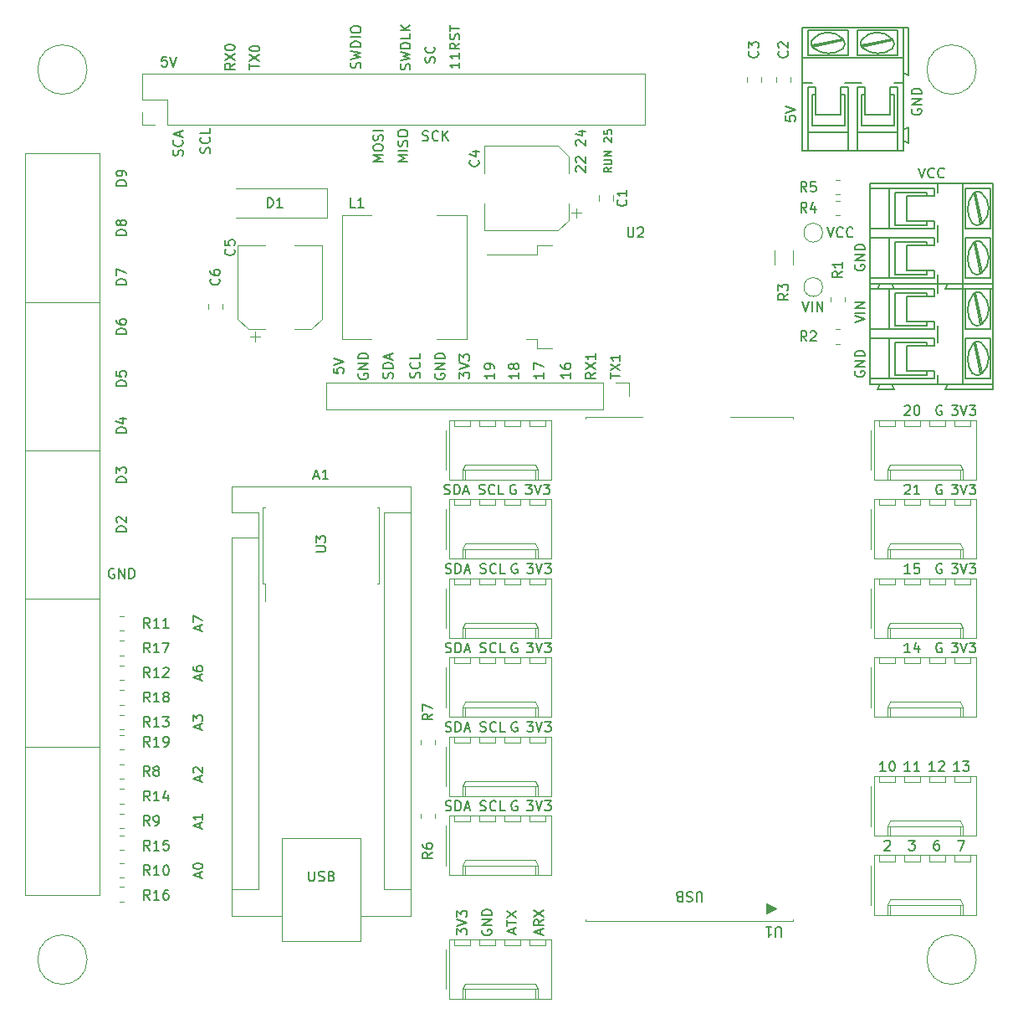
<source format=gbr>
%TF.GenerationSoftware,KiCad,Pcbnew,6.0.9*%
%TF.CreationDate,2022-12-14T15:45:26-03:00*%
%TF.ProjectId,trekking,7472656b-6b69-46e6-972e-6b696361645f,rev?*%
%TF.SameCoordinates,Original*%
%TF.FileFunction,Legend,Top*%
%TF.FilePolarity,Positive*%
%FSLAX46Y46*%
G04 Gerber Fmt 4.6, Leading zero omitted, Abs format (unit mm)*
G04 Created by KiCad (PCBNEW 6.0.9) date 2022-12-14 15:45:26*
%MOMM*%
%LPD*%
G01*
G04 APERTURE LIST*
%ADD10C,0.150000*%
%ADD11C,0.120000*%
%ADD12C,0.075000*%
G04 APERTURE END LIST*
D10*
X87309523Y-110904761D02*
X87452380Y-110952380D01*
X87690476Y-110952380D01*
X87785714Y-110904761D01*
X87833333Y-110857142D01*
X87880952Y-110761904D01*
X87880952Y-110666666D01*
X87833333Y-110571428D01*
X87785714Y-110523809D01*
X87690476Y-110476190D01*
X87500000Y-110428571D01*
X87404761Y-110380952D01*
X87357142Y-110333333D01*
X87309523Y-110238095D01*
X87309523Y-110142857D01*
X87357142Y-110047619D01*
X87404761Y-110000000D01*
X87500000Y-109952380D01*
X87738095Y-109952380D01*
X87880952Y-110000000D01*
X88880952Y-110857142D02*
X88833333Y-110904761D01*
X88690476Y-110952380D01*
X88595238Y-110952380D01*
X88452380Y-110904761D01*
X88357142Y-110809523D01*
X88309523Y-110714285D01*
X88261904Y-110523809D01*
X88261904Y-110380952D01*
X88309523Y-110190476D01*
X88357142Y-110095238D01*
X88452380Y-110000000D01*
X88595238Y-109952380D01*
X88690476Y-109952380D01*
X88833333Y-110000000D01*
X88880952Y-110047619D01*
X89785714Y-110952380D02*
X89309523Y-110952380D01*
X89309523Y-109952380D01*
X92011904Y-109952380D02*
X92630952Y-109952380D01*
X92297619Y-110333333D01*
X92440476Y-110333333D01*
X92535714Y-110380952D01*
X92583333Y-110428571D01*
X92630952Y-110523809D01*
X92630952Y-110761904D01*
X92583333Y-110857142D01*
X92535714Y-110904761D01*
X92440476Y-110952380D01*
X92154761Y-110952380D01*
X92059523Y-110904761D01*
X92011904Y-110857142D01*
X92916666Y-109952380D02*
X93250000Y-110952380D01*
X93583333Y-109952380D01*
X93821428Y-109952380D02*
X94440476Y-109952380D01*
X94107142Y-110333333D01*
X94250000Y-110333333D01*
X94345238Y-110380952D01*
X94392857Y-110428571D01*
X94440476Y-110523809D01*
X94440476Y-110761904D01*
X94392857Y-110857142D01*
X94345238Y-110904761D01*
X94250000Y-110952380D01*
X93964285Y-110952380D01*
X93869047Y-110904761D01*
X93821428Y-110857142D01*
X51452380Y-86738095D02*
X50452380Y-86738095D01*
X50452380Y-86500000D01*
X50500000Y-86357142D01*
X50595238Y-86261904D01*
X50690476Y-86214285D01*
X50880952Y-86166666D01*
X51023809Y-86166666D01*
X51214285Y-86214285D01*
X51309523Y-86261904D01*
X51404761Y-86357142D01*
X51452380Y-86500000D01*
X51452380Y-86738095D01*
X50452380Y-85309523D02*
X50452380Y-85500000D01*
X50500000Y-85595238D01*
X50547619Y-85642857D01*
X50690476Y-85738095D01*
X50880952Y-85785714D01*
X51261904Y-85785714D01*
X51357142Y-85738095D01*
X51404761Y-85690476D01*
X51452380Y-85595238D01*
X51452380Y-85404761D01*
X51404761Y-85309523D01*
X51357142Y-85261904D01*
X51261904Y-85214285D01*
X51023809Y-85214285D01*
X50928571Y-85261904D01*
X50880952Y-85309523D01*
X50833333Y-85404761D01*
X50833333Y-85595238D01*
X50880952Y-85690476D01*
X50928571Y-85738095D01*
X51023809Y-85785714D01*
X97047619Y-70345238D02*
X97000000Y-70297619D01*
X96952380Y-70202380D01*
X96952380Y-69964285D01*
X97000000Y-69869047D01*
X97047619Y-69821428D01*
X97142857Y-69773809D01*
X97238095Y-69773809D01*
X97380952Y-69821428D01*
X97952380Y-70392857D01*
X97952380Y-69773809D01*
X97047619Y-69392857D02*
X97000000Y-69345238D01*
X96952380Y-69250000D01*
X96952380Y-69011904D01*
X97000000Y-68916666D01*
X97047619Y-68869047D01*
X97142857Y-68821428D01*
X97238095Y-68821428D01*
X97380952Y-68869047D01*
X97952380Y-69440476D01*
X97952380Y-68821428D01*
X97047619Y-67678571D02*
X97000000Y-67630952D01*
X96952380Y-67535714D01*
X96952380Y-67297619D01*
X97000000Y-67202380D01*
X97047619Y-67154761D01*
X97142857Y-67107142D01*
X97238095Y-67107142D01*
X97380952Y-67154761D01*
X97952380Y-67726190D01*
X97952380Y-67107142D01*
X97285714Y-66250000D02*
X97952380Y-66250000D01*
X96904761Y-66488095D02*
X97619047Y-66726190D01*
X97619047Y-66107142D01*
X135011904Y-109952380D02*
X135630952Y-109952380D01*
X135297619Y-110333333D01*
X135440476Y-110333333D01*
X135535714Y-110380952D01*
X135583333Y-110428571D01*
X135630952Y-110523809D01*
X135630952Y-110761904D01*
X135583333Y-110857142D01*
X135535714Y-110904761D01*
X135440476Y-110952380D01*
X135154761Y-110952380D01*
X135059523Y-110904761D01*
X135011904Y-110857142D01*
X135916666Y-109952380D02*
X136250000Y-110952380D01*
X136583333Y-109952380D01*
X136821428Y-109952380D02*
X137440476Y-109952380D01*
X137107142Y-110333333D01*
X137250000Y-110333333D01*
X137345238Y-110380952D01*
X137392857Y-110428571D01*
X137440476Y-110523809D01*
X137440476Y-110761904D01*
X137392857Y-110857142D01*
X137345238Y-110904761D01*
X137250000Y-110952380D01*
X136964285Y-110952380D01*
X136869047Y-110904761D01*
X136821428Y-110857142D01*
X58916666Y-126714285D02*
X58916666Y-126238095D01*
X59202380Y-126809523D02*
X58202380Y-126476190D01*
X59202380Y-126142857D01*
X58202380Y-125904761D02*
X58202380Y-125285714D01*
X58583333Y-125619047D01*
X58583333Y-125476190D01*
X58630952Y-125380952D01*
X58678571Y-125333333D01*
X58773809Y-125285714D01*
X59011904Y-125285714D01*
X59107142Y-125333333D01*
X59154761Y-125380952D01*
X59202380Y-125476190D01*
X59202380Y-125761904D01*
X59154761Y-125857142D01*
X59107142Y-125904761D01*
X135809523Y-130952380D02*
X135238095Y-130952380D01*
X135523809Y-130952380D02*
X135523809Y-129952380D01*
X135428571Y-130095238D01*
X135333333Y-130190476D01*
X135238095Y-130238095D01*
X136142857Y-129952380D02*
X136761904Y-129952380D01*
X136428571Y-130333333D01*
X136571428Y-130333333D01*
X136666666Y-130380952D01*
X136714285Y-130428571D01*
X136761904Y-130523809D01*
X136761904Y-130761904D01*
X136714285Y-130857142D01*
X136666666Y-130904761D01*
X136571428Y-130952380D01*
X136285714Y-130952380D01*
X136190476Y-130904761D01*
X136142857Y-130857142D01*
X51452380Y-101738095D02*
X50452380Y-101738095D01*
X50452380Y-101500000D01*
X50500000Y-101357142D01*
X50595238Y-101261904D01*
X50690476Y-101214285D01*
X50880952Y-101166666D01*
X51023809Y-101166666D01*
X51214285Y-101214285D01*
X51309523Y-101261904D01*
X51404761Y-101357142D01*
X51452380Y-101500000D01*
X51452380Y-101738095D01*
X50452380Y-100833333D02*
X50452380Y-100214285D01*
X50833333Y-100547619D01*
X50833333Y-100404761D01*
X50880952Y-100309523D01*
X50928571Y-100261904D01*
X51023809Y-100214285D01*
X51261904Y-100214285D01*
X51357142Y-100261904D01*
X51404761Y-100309523D01*
X51452380Y-100404761D01*
X51452380Y-100690476D01*
X51404761Y-100785714D01*
X51357142Y-100833333D01*
X93702380Y-90666742D02*
X93702380Y-91238170D01*
X93702380Y-90952456D02*
X92702380Y-90952456D01*
X92845238Y-91047694D01*
X92940476Y-91142932D01*
X92988095Y-91238170D01*
X92702380Y-90333408D02*
X92702380Y-89666742D01*
X93702380Y-90095313D01*
X130238095Y-102047619D02*
X130285714Y-102000000D01*
X130380952Y-101952380D01*
X130619047Y-101952380D01*
X130714285Y-102000000D01*
X130761904Y-102047619D01*
X130809523Y-102142857D01*
X130809523Y-102238095D01*
X130761904Y-102380952D01*
X130190476Y-102952380D01*
X130809523Y-102952380D01*
X131761904Y-102952380D02*
X131190476Y-102952380D01*
X131476190Y-102952380D02*
X131476190Y-101952380D01*
X131380952Y-102095238D01*
X131285714Y-102190476D01*
X131190476Y-102238095D01*
X91011904Y-110000000D02*
X90916666Y-109952380D01*
X90773809Y-109952380D01*
X90630952Y-110000000D01*
X90535714Y-110095238D01*
X90488095Y-110190476D01*
X90440476Y-110380952D01*
X90440476Y-110523809D01*
X90488095Y-110714285D01*
X90535714Y-110809523D01*
X90630952Y-110904761D01*
X90773809Y-110952380D01*
X90869047Y-110952380D01*
X91011904Y-110904761D01*
X91059523Y-110857142D01*
X91059523Y-110523809D01*
X90869047Y-110523809D01*
X58916666Y-121714285D02*
X58916666Y-121238095D01*
X59202380Y-121809523D02*
X58202380Y-121476190D01*
X59202380Y-121142857D01*
X58202380Y-120380952D02*
X58202380Y-120571428D01*
X58250000Y-120666666D01*
X58297619Y-120714285D01*
X58440476Y-120809523D01*
X58630952Y-120857142D01*
X59011904Y-120857142D01*
X59107142Y-120809523D01*
X59154761Y-120761904D01*
X59202380Y-120666666D01*
X59202380Y-120476190D01*
X59154761Y-120380952D01*
X59107142Y-120333333D01*
X59011904Y-120285714D01*
X58773809Y-120285714D01*
X58678571Y-120333333D01*
X58630952Y-120380952D01*
X58583333Y-120476190D01*
X58583333Y-120666666D01*
X58630952Y-120761904D01*
X58678571Y-120809523D01*
X58773809Y-120857142D01*
X79952380Y-69321428D02*
X78952380Y-69321428D01*
X79666666Y-68988095D01*
X78952380Y-68654761D01*
X79952380Y-68654761D01*
X79952380Y-68178571D02*
X78952380Y-68178571D01*
X79904761Y-67750000D02*
X79952380Y-67607142D01*
X79952380Y-67369047D01*
X79904761Y-67273809D01*
X79857142Y-67226190D01*
X79761904Y-67178571D01*
X79666666Y-67178571D01*
X79571428Y-67226190D01*
X79523809Y-67273809D01*
X79476190Y-67369047D01*
X79428571Y-67559523D01*
X79380952Y-67654761D01*
X79333333Y-67702380D01*
X79238095Y-67750000D01*
X79142857Y-67750000D01*
X79047619Y-67702380D01*
X79000000Y-67654761D01*
X78952380Y-67559523D01*
X78952380Y-67321428D01*
X79000000Y-67178571D01*
X78952380Y-66559523D02*
X78952380Y-66369047D01*
X79000000Y-66273809D01*
X79095238Y-66178571D01*
X79285714Y-66130952D01*
X79619047Y-66130952D01*
X79809523Y-66178571D01*
X79904761Y-66273809D01*
X79952380Y-66369047D01*
X79952380Y-66559523D01*
X79904761Y-66654761D01*
X79809523Y-66750000D01*
X79619047Y-66797619D01*
X79285714Y-66797619D01*
X79095238Y-66750000D01*
X79000000Y-66654761D01*
X78952380Y-66559523D01*
X92011904Y-117952380D02*
X92630952Y-117952380D01*
X92297619Y-118333333D01*
X92440476Y-118333333D01*
X92535714Y-118380952D01*
X92583333Y-118428571D01*
X92630952Y-118523809D01*
X92630952Y-118761904D01*
X92583333Y-118857142D01*
X92535714Y-118904761D01*
X92440476Y-118952380D01*
X92154761Y-118952380D01*
X92059523Y-118904761D01*
X92011904Y-118857142D01*
X92916666Y-117952380D02*
X93250000Y-118952380D01*
X93583333Y-117952380D01*
X93821428Y-117952380D02*
X94440476Y-117952380D01*
X94107142Y-118333333D01*
X94250000Y-118333333D01*
X94345238Y-118380952D01*
X94392857Y-118428571D01*
X94440476Y-118523809D01*
X94440476Y-118761904D01*
X94392857Y-118857142D01*
X94345238Y-118904761D01*
X94250000Y-118952380D01*
X93964285Y-118952380D01*
X93869047Y-118904761D01*
X93821428Y-118857142D01*
X91011904Y-134000000D02*
X90916666Y-133952380D01*
X90773809Y-133952380D01*
X90630952Y-134000000D01*
X90535714Y-134095238D01*
X90488095Y-134190476D01*
X90440476Y-134380952D01*
X90440476Y-134523809D01*
X90488095Y-134714285D01*
X90535714Y-134809523D01*
X90630952Y-134904761D01*
X90773809Y-134952380D01*
X90869047Y-134952380D01*
X91011904Y-134904761D01*
X91059523Y-134857142D01*
X91059523Y-134523809D01*
X90869047Y-134523809D01*
X87179523Y-102904761D02*
X87322380Y-102952380D01*
X87560476Y-102952380D01*
X87655714Y-102904761D01*
X87703333Y-102857142D01*
X87750952Y-102761904D01*
X87750952Y-102666666D01*
X87703333Y-102571428D01*
X87655714Y-102523809D01*
X87560476Y-102476190D01*
X87370000Y-102428571D01*
X87274761Y-102380952D01*
X87227142Y-102333333D01*
X87179523Y-102238095D01*
X87179523Y-102142857D01*
X87227142Y-102047619D01*
X87274761Y-102000000D01*
X87370000Y-101952380D01*
X87608095Y-101952380D01*
X87750952Y-102000000D01*
X88750952Y-102857142D02*
X88703333Y-102904761D01*
X88560476Y-102952380D01*
X88465238Y-102952380D01*
X88322380Y-102904761D01*
X88227142Y-102809523D01*
X88179523Y-102714285D01*
X88131904Y-102523809D01*
X88131904Y-102380952D01*
X88179523Y-102190476D01*
X88227142Y-102095238D01*
X88322380Y-102000000D01*
X88465238Y-101952380D01*
X88560476Y-101952380D01*
X88703333Y-102000000D01*
X88750952Y-102047619D01*
X89655714Y-102952380D02*
X89179523Y-102952380D01*
X89179523Y-101952380D01*
X77452380Y-69321428D02*
X76452380Y-69321428D01*
X77166666Y-68988095D01*
X76452380Y-68654761D01*
X77452380Y-68654761D01*
X76452380Y-67988095D02*
X76452380Y-67797619D01*
X76500000Y-67702380D01*
X76595238Y-67607142D01*
X76785714Y-67559523D01*
X77119047Y-67559523D01*
X77309523Y-67607142D01*
X77404761Y-67702380D01*
X77452380Y-67797619D01*
X77452380Y-67988095D01*
X77404761Y-68083333D01*
X77309523Y-68178571D01*
X77119047Y-68226190D01*
X76785714Y-68226190D01*
X76595238Y-68178571D01*
X76500000Y-68083333D01*
X76452380Y-67988095D01*
X77404761Y-67178571D02*
X77452380Y-67035714D01*
X77452380Y-66797619D01*
X77404761Y-66702380D01*
X77357142Y-66654761D01*
X77261904Y-66607142D01*
X77166666Y-66607142D01*
X77071428Y-66654761D01*
X77023809Y-66702380D01*
X76976190Y-66797619D01*
X76928571Y-66988095D01*
X76880952Y-67083333D01*
X76833333Y-67130952D01*
X76738095Y-67178571D01*
X76642857Y-67178571D01*
X76547619Y-67130952D01*
X76500000Y-67083333D01*
X76452380Y-66988095D01*
X76452380Y-66750000D01*
X76500000Y-66607142D01*
X77452380Y-66178571D02*
X76452380Y-66178571D01*
X58916666Y-136714285D02*
X58916666Y-136238095D01*
X59202380Y-136809523D02*
X58202380Y-136476190D01*
X59202380Y-136142857D01*
X59202380Y-135285714D02*
X59202380Y-135857142D01*
X59202380Y-135571428D02*
X58202380Y-135571428D01*
X58345238Y-135666666D01*
X58440476Y-135761904D01*
X58488095Y-135857142D01*
X135011904Y-101952380D02*
X135630952Y-101952380D01*
X135297619Y-102333333D01*
X135440476Y-102333333D01*
X135535714Y-102380952D01*
X135583333Y-102428571D01*
X135630952Y-102523809D01*
X135630952Y-102761904D01*
X135583333Y-102857142D01*
X135535714Y-102904761D01*
X135440476Y-102952380D01*
X135154761Y-102952380D01*
X135059523Y-102904761D01*
X135011904Y-102857142D01*
X135916666Y-101952380D02*
X136250000Y-102952380D01*
X136583333Y-101952380D01*
X136821428Y-101952380D02*
X137440476Y-101952380D01*
X137107142Y-102333333D01*
X137250000Y-102333333D01*
X137345238Y-102380952D01*
X137392857Y-102428571D01*
X137440476Y-102523809D01*
X137440476Y-102761904D01*
X137392857Y-102857142D01*
X137345238Y-102904761D01*
X137250000Y-102952380D01*
X136964285Y-102952380D01*
X136869047Y-102904761D01*
X136821428Y-102857142D01*
X128214285Y-138047619D02*
X128261904Y-138000000D01*
X128357142Y-137952380D01*
X128595238Y-137952380D01*
X128690476Y-138000000D01*
X128738095Y-138047619D01*
X128785714Y-138142857D01*
X128785714Y-138238095D01*
X128738095Y-138380952D01*
X128166666Y-138952380D01*
X128785714Y-138952380D01*
X83785714Y-126904761D02*
X83928571Y-126952380D01*
X84166666Y-126952380D01*
X84261904Y-126904761D01*
X84309523Y-126857142D01*
X84357142Y-126761904D01*
X84357142Y-126666666D01*
X84309523Y-126571428D01*
X84261904Y-126523809D01*
X84166666Y-126476190D01*
X83976190Y-126428571D01*
X83880952Y-126380952D01*
X83833333Y-126333333D01*
X83785714Y-126238095D01*
X83785714Y-126142857D01*
X83833333Y-126047619D01*
X83880952Y-126000000D01*
X83976190Y-125952380D01*
X84214285Y-125952380D01*
X84357142Y-126000000D01*
X84785714Y-126952380D02*
X84785714Y-125952380D01*
X85023809Y-125952380D01*
X85166666Y-126000000D01*
X85261904Y-126095238D01*
X85309523Y-126190476D01*
X85357142Y-126380952D01*
X85357142Y-126523809D01*
X85309523Y-126714285D01*
X85261904Y-126809523D01*
X85166666Y-126904761D01*
X85023809Y-126952380D01*
X84785714Y-126952380D01*
X85738095Y-126666666D02*
X86214285Y-126666666D01*
X85642857Y-126952380D02*
X85976190Y-125952380D01*
X86309523Y-126952380D01*
X78404761Y-91214285D02*
X78452380Y-91071428D01*
X78452380Y-90833333D01*
X78404761Y-90738095D01*
X78357142Y-90690476D01*
X78261904Y-90642857D01*
X78166666Y-90642857D01*
X78071428Y-90690476D01*
X78023809Y-90738095D01*
X77976190Y-90833333D01*
X77928571Y-91023809D01*
X77880952Y-91119047D01*
X77833333Y-91166666D01*
X77738095Y-91214285D01*
X77642857Y-91214285D01*
X77547619Y-91166666D01*
X77500000Y-91119047D01*
X77452380Y-91023809D01*
X77452380Y-90785714D01*
X77500000Y-90642857D01*
X78452380Y-90214285D02*
X77452380Y-90214285D01*
X77452380Y-89976190D01*
X77500000Y-89833333D01*
X77595238Y-89738095D01*
X77690476Y-89690476D01*
X77880952Y-89642857D01*
X78023809Y-89642857D01*
X78214285Y-89690476D01*
X78309523Y-89738095D01*
X78404761Y-89833333D01*
X78452380Y-89976190D01*
X78452380Y-90214285D01*
X78166666Y-89261904D02*
X78166666Y-88785714D01*
X78452380Y-89357142D02*
X77452380Y-89023809D01*
X78452380Y-88690476D01*
X87309523Y-118904761D02*
X87452380Y-118952380D01*
X87690476Y-118952380D01*
X87785714Y-118904761D01*
X87833333Y-118857142D01*
X87880952Y-118761904D01*
X87880952Y-118666666D01*
X87833333Y-118571428D01*
X87785714Y-118523809D01*
X87690476Y-118476190D01*
X87500000Y-118428571D01*
X87404761Y-118380952D01*
X87357142Y-118333333D01*
X87309523Y-118238095D01*
X87309523Y-118142857D01*
X87357142Y-118047619D01*
X87404761Y-118000000D01*
X87500000Y-117952380D01*
X87738095Y-117952380D01*
X87880952Y-118000000D01*
X88880952Y-118857142D02*
X88833333Y-118904761D01*
X88690476Y-118952380D01*
X88595238Y-118952380D01*
X88452380Y-118904761D01*
X88357142Y-118809523D01*
X88309523Y-118714285D01*
X88261904Y-118523809D01*
X88261904Y-118380952D01*
X88309523Y-118190476D01*
X88357142Y-118095238D01*
X88452380Y-118000000D01*
X88595238Y-117952380D01*
X88690476Y-117952380D01*
X88833333Y-118000000D01*
X88880952Y-118047619D01*
X89785714Y-118952380D02*
X89309523Y-118952380D01*
X89309523Y-117952380D01*
X125250000Y-90511904D02*
X125202380Y-90607142D01*
X125202380Y-90750000D01*
X125250000Y-90892857D01*
X125345238Y-90988095D01*
X125440476Y-91035714D01*
X125630952Y-91083333D01*
X125773809Y-91083333D01*
X125964285Y-91035714D01*
X126059523Y-90988095D01*
X126154761Y-90892857D01*
X126202380Y-90750000D01*
X126202380Y-90654761D01*
X126154761Y-90511904D01*
X126107142Y-90464285D01*
X125773809Y-90464285D01*
X125773809Y-90654761D01*
X126202380Y-90035714D02*
X125202380Y-90035714D01*
X126202380Y-89464285D01*
X125202380Y-89464285D01*
X126202380Y-88988095D02*
X125202380Y-88988095D01*
X125202380Y-88750000D01*
X125250000Y-88607142D01*
X125345238Y-88511904D01*
X125440476Y-88464285D01*
X125630952Y-88416666D01*
X125773809Y-88416666D01*
X125964285Y-88464285D01*
X126059523Y-88511904D01*
X126154761Y-88607142D01*
X126202380Y-88750000D01*
X126202380Y-88988095D01*
X91202380Y-90680207D02*
X91202380Y-91251635D01*
X91202380Y-90965921D02*
X90202380Y-90965921D01*
X90345238Y-91061159D01*
X90440476Y-91156397D01*
X90488095Y-91251635D01*
X90630952Y-90108778D02*
X90583333Y-90204016D01*
X90535714Y-90251635D01*
X90440476Y-90299254D01*
X90392857Y-90299254D01*
X90297619Y-90251635D01*
X90250000Y-90204016D01*
X90202380Y-90108778D01*
X90202380Y-89918302D01*
X90250000Y-89823064D01*
X90297619Y-89775445D01*
X90392857Y-89727826D01*
X90440476Y-89727826D01*
X90535714Y-89775445D01*
X90583333Y-89823064D01*
X90630952Y-89918302D01*
X90630952Y-90108778D01*
X90678571Y-90204016D01*
X90726190Y-90251635D01*
X90821428Y-90299254D01*
X91011904Y-90299254D01*
X91107142Y-90251635D01*
X91154761Y-90204016D01*
X91202380Y-90108778D01*
X91202380Y-89918302D01*
X91154761Y-89823064D01*
X91107142Y-89775445D01*
X91011904Y-89727826D01*
X90821428Y-89727826D01*
X90726190Y-89775445D01*
X90678571Y-89823064D01*
X90630952Y-89918302D01*
X130666666Y-137952380D02*
X131285714Y-137952380D01*
X130952380Y-138333333D01*
X131095238Y-138333333D01*
X131190476Y-138380952D01*
X131238095Y-138428571D01*
X131285714Y-138523809D01*
X131285714Y-138761904D01*
X131238095Y-138857142D01*
X131190476Y-138904761D01*
X131095238Y-138952380D01*
X130809523Y-138952380D01*
X130714285Y-138904761D01*
X130666666Y-138857142D01*
X80154761Y-60011904D02*
X80202380Y-59869047D01*
X80202380Y-59630952D01*
X80154761Y-59535714D01*
X80107142Y-59488095D01*
X80011904Y-59440476D01*
X79916666Y-59440476D01*
X79821428Y-59488095D01*
X79773809Y-59535714D01*
X79726190Y-59630952D01*
X79678571Y-59821428D01*
X79630952Y-59916666D01*
X79583333Y-59964285D01*
X79488095Y-60011904D01*
X79392857Y-60011904D01*
X79297619Y-59964285D01*
X79250000Y-59916666D01*
X79202380Y-59821428D01*
X79202380Y-59583333D01*
X79250000Y-59440476D01*
X79202380Y-59107142D02*
X80202380Y-58869047D01*
X79488095Y-58678571D01*
X80202380Y-58488095D01*
X79202380Y-58250000D01*
X80202380Y-57869047D02*
X79202380Y-57869047D01*
X79202380Y-57630952D01*
X79250000Y-57488095D01*
X79345238Y-57392857D01*
X79440476Y-57345238D01*
X79630952Y-57297619D01*
X79773809Y-57297619D01*
X79964285Y-57345238D01*
X80059523Y-57392857D01*
X80154761Y-57488095D01*
X80202380Y-57630952D01*
X80202380Y-57869047D01*
X80202380Y-56392857D02*
X80202380Y-56869047D01*
X79202380Y-56869047D01*
X80202380Y-56059523D02*
X79202380Y-56059523D01*
X80202380Y-55488095D02*
X79630952Y-55916666D01*
X79202380Y-55488095D02*
X79773809Y-56059523D01*
X133309523Y-130952380D02*
X132738095Y-130952380D01*
X133023809Y-130952380D02*
X133023809Y-129952380D01*
X132928571Y-130095238D01*
X132833333Y-130190476D01*
X132738095Y-130238095D01*
X133690476Y-130047619D02*
X133738095Y-130000000D01*
X133833333Y-129952380D01*
X134071428Y-129952380D01*
X134166666Y-130000000D01*
X134214285Y-130047619D01*
X134261904Y-130142857D01*
X134261904Y-130238095D01*
X134214285Y-130380952D01*
X133642857Y-130952380D01*
X134261904Y-130952380D01*
X118202380Y-64690476D02*
X118202380Y-65166666D01*
X118678571Y-65214285D01*
X118630952Y-65166666D01*
X118583333Y-65071428D01*
X118583333Y-64833333D01*
X118630952Y-64738095D01*
X118678571Y-64690476D01*
X118773809Y-64642857D01*
X119011904Y-64642857D01*
X119107142Y-64690476D01*
X119154761Y-64738095D01*
X119202380Y-64833333D01*
X119202380Y-65071428D01*
X119154761Y-65166666D01*
X119107142Y-65214285D01*
X118202380Y-64357142D02*
X119202380Y-64023809D01*
X118202380Y-63690476D01*
X93416666Y-147448109D02*
X93416666Y-146971919D01*
X93702380Y-147543347D02*
X92702380Y-147210014D01*
X93702380Y-146876681D01*
X93702380Y-145971919D02*
X93226190Y-146305252D01*
X93702380Y-146543347D02*
X92702380Y-146543347D01*
X92702380Y-146162395D01*
X92750000Y-146067157D01*
X92797619Y-146019538D01*
X92892857Y-145971919D01*
X93035714Y-145971919D01*
X93130952Y-146019538D01*
X93178571Y-146067157D01*
X93226190Y-146162395D01*
X93226190Y-146543347D01*
X92702380Y-145638585D02*
X93702380Y-144971919D01*
X92702380Y-144971919D02*
X93702380Y-145638585D01*
X83655714Y-102904761D02*
X83798571Y-102952380D01*
X84036666Y-102952380D01*
X84131904Y-102904761D01*
X84179523Y-102857142D01*
X84227142Y-102761904D01*
X84227142Y-102666666D01*
X84179523Y-102571428D01*
X84131904Y-102523809D01*
X84036666Y-102476190D01*
X83846190Y-102428571D01*
X83750952Y-102380952D01*
X83703333Y-102333333D01*
X83655714Y-102238095D01*
X83655714Y-102142857D01*
X83703333Y-102047619D01*
X83750952Y-102000000D01*
X83846190Y-101952380D01*
X84084285Y-101952380D01*
X84227142Y-102000000D01*
X84655714Y-102952380D02*
X84655714Y-101952380D01*
X84893809Y-101952380D01*
X85036666Y-102000000D01*
X85131904Y-102095238D01*
X85179523Y-102190476D01*
X85227142Y-102380952D01*
X85227142Y-102523809D01*
X85179523Y-102714285D01*
X85131904Y-102809523D01*
X85036666Y-102904761D01*
X84893809Y-102952380D01*
X84655714Y-102952380D01*
X85608095Y-102666666D02*
X86084285Y-102666666D01*
X85512857Y-102952380D02*
X85846190Y-101952380D01*
X86179523Y-102952380D01*
X58916666Y-131964285D02*
X58916666Y-131488095D01*
X59202380Y-132059523D02*
X58202380Y-131726190D01*
X59202380Y-131392857D01*
X58297619Y-131107142D02*
X58250000Y-131059523D01*
X58202380Y-130964285D01*
X58202380Y-130726190D01*
X58250000Y-130630952D01*
X58297619Y-130583333D01*
X58392857Y-130535714D01*
X58488095Y-130535714D01*
X58630952Y-130583333D01*
X59202380Y-131154761D01*
X59202380Y-130535714D01*
X92011904Y-125952380D02*
X92630952Y-125952380D01*
X92297619Y-126333333D01*
X92440476Y-126333333D01*
X92535714Y-126380952D01*
X92583333Y-126428571D01*
X92630952Y-126523809D01*
X92630952Y-126761904D01*
X92583333Y-126857142D01*
X92535714Y-126904761D01*
X92440476Y-126952380D01*
X92154761Y-126952380D01*
X92059523Y-126904761D01*
X92011904Y-126857142D01*
X92916666Y-125952380D02*
X93250000Y-126952380D01*
X93583333Y-125952380D01*
X93821428Y-125952380D02*
X94440476Y-125952380D01*
X94107142Y-126333333D01*
X94250000Y-126333333D01*
X94345238Y-126380952D01*
X94392857Y-126428571D01*
X94440476Y-126523809D01*
X94440476Y-126761904D01*
X94392857Y-126857142D01*
X94345238Y-126904761D01*
X94250000Y-126952380D01*
X93964285Y-126952380D01*
X93869047Y-126904761D01*
X93821428Y-126857142D01*
X51452380Y-71738095D02*
X50452380Y-71738095D01*
X50452380Y-71500000D01*
X50500000Y-71357142D01*
X50595238Y-71261904D01*
X50690476Y-71214285D01*
X50880952Y-71166666D01*
X51023809Y-71166666D01*
X51214285Y-71214285D01*
X51309523Y-71261904D01*
X51404761Y-71357142D01*
X51452380Y-71500000D01*
X51452380Y-71738095D01*
X51452380Y-70690476D02*
X51452380Y-70500000D01*
X51404761Y-70404761D01*
X51357142Y-70357142D01*
X51214285Y-70261904D01*
X51023809Y-70214285D01*
X50642857Y-70214285D01*
X50547619Y-70261904D01*
X50500000Y-70309523D01*
X50452380Y-70404761D01*
X50452380Y-70595238D01*
X50500000Y-70690476D01*
X50547619Y-70738095D01*
X50642857Y-70785714D01*
X50880952Y-70785714D01*
X50976190Y-70738095D01*
X51023809Y-70690476D01*
X51071428Y-70595238D01*
X51071428Y-70404761D01*
X51023809Y-70309523D01*
X50976190Y-70261904D01*
X50880952Y-70214285D01*
X51452380Y-76738095D02*
X50452380Y-76738095D01*
X50452380Y-76500000D01*
X50500000Y-76357142D01*
X50595238Y-76261904D01*
X50690476Y-76214285D01*
X50880952Y-76166666D01*
X51023809Y-76166666D01*
X51214285Y-76214285D01*
X51309523Y-76261904D01*
X51404761Y-76357142D01*
X51452380Y-76500000D01*
X51452380Y-76738095D01*
X50880952Y-75595238D02*
X50833333Y-75690476D01*
X50785714Y-75738095D01*
X50690476Y-75785714D01*
X50642857Y-75785714D01*
X50547619Y-75738095D01*
X50500000Y-75690476D01*
X50452380Y-75595238D01*
X50452380Y-75404761D01*
X50500000Y-75309523D01*
X50547619Y-75261904D01*
X50642857Y-75214285D01*
X50690476Y-75214285D01*
X50785714Y-75261904D01*
X50833333Y-75309523D01*
X50880952Y-75404761D01*
X50880952Y-75595238D01*
X50928571Y-75690476D01*
X50976190Y-75738095D01*
X51071428Y-75785714D01*
X51261904Y-75785714D01*
X51357142Y-75738095D01*
X51404761Y-75690476D01*
X51452380Y-75595238D01*
X51452380Y-75404761D01*
X51404761Y-75309523D01*
X51357142Y-75261904D01*
X51261904Y-75214285D01*
X51071428Y-75214285D01*
X50976190Y-75261904D01*
X50928571Y-75309523D01*
X50880952Y-75404761D01*
X91881904Y-101952380D02*
X92500952Y-101952380D01*
X92167619Y-102333333D01*
X92310476Y-102333333D01*
X92405714Y-102380952D01*
X92453333Y-102428571D01*
X92500952Y-102523809D01*
X92500952Y-102761904D01*
X92453333Y-102857142D01*
X92405714Y-102904761D01*
X92310476Y-102952380D01*
X92024761Y-102952380D01*
X91929523Y-102904761D01*
X91881904Y-102857142D01*
X92786666Y-101952380D02*
X93120000Y-102952380D01*
X93453333Y-101952380D01*
X93691428Y-101952380D02*
X94310476Y-101952380D01*
X93977142Y-102333333D01*
X94120000Y-102333333D01*
X94215238Y-102380952D01*
X94262857Y-102428571D01*
X94310476Y-102523809D01*
X94310476Y-102761904D01*
X94262857Y-102857142D01*
X94215238Y-102904761D01*
X94120000Y-102952380D01*
X93834285Y-102952380D01*
X93739047Y-102904761D01*
X93691428Y-102857142D01*
X134011904Y-118000000D02*
X133916666Y-117952380D01*
X133773809Y-117952380D01*
X133630952Y-118000000D01*
X133535714Y-118095238D01*
X133488095Y-118190476D01*
X133440476Y-118380952D01*
X133440476Y-118523809D01*
X133488095Y-118714285D01*
X133535714Y-118809523D01*
X133630952Y-118904761D01*
X133773809Y-118952380D01*
X133869047Y-118952380D01*
X134011904Y-118904761D01*
X134059523Y-118857142D01*
X134059523Y-118523809D01*
X133869047Y-118523809D01*
X75154761Y-59869047D02*
X75202380Y-59726190D01*
X75202380Y-59488095D01*
X75154761Y-59392857D01*
X75107142Y-59345238D01*
X75011904Y-59297619D01*
X74916666Y-59297619D01*
X74821428Y-59345238D01*
X74773809Y-59392857D01*
X74726190Y-59488095D01*
X74678571Y-59678571D01*
X74630952Y-59773809D01*
X74583333Y-59821428D01*
X74488095Y-59869047D01*
X74392857Y-59869047D01*
X74297619Y-59821428D01*
X74250000Y-59773809D01*
X74202380Y-59678571D01*
X74202380Y-59440476D01*
X74250000Y-59297619D01*
X74202380Y-58964285D02*
X75202380Y-58726190D01*
X74488095Y-58535714D01*
X75202380Y-58345238D01*
X74202380Y-58107142D01*
X75202380Y-57726190D02*
X74202380Y-57726190D01*
X74202380Y-57488095D01*
X74250000Y-57345238D01*
X74345238Y-57250000D01*
X74440476Y-57202380D01*
X74630952Y-57154761D01*
X74773809Y-57154761D01*
X74964285Y-57202380D01*
X75059523Y-57250000D01*
X75154761Y-57345238D01*
X75202380Y-57488095D01*
X75202380Y-57726190D01*
X75202380Y-56726190D02*
X74202380Y-56726190D01*
X74202380Y-56059523D02*
X74202380Y-55869047D01*
X74250000Y-55773809D01*
X74345238Y-55678571D01*
X74535714Y-55630952D01*
X74869047Y-55630952D01*
X75059523Y-55678571D01*
X75154761Y-55773809D01*
X75202380Y-55869047D01*
X75202380Y-56059523D01*
X75154761Y-56154761D01*
X75059523Y-56250000D01*
X74869047Y-56297619D01*
X74535714Y-56297619D01*
X74345238Y-56250000D01*
X74250000Y-56154761D01*
X74202380Y-56059523D01*
X96452380Y-90653055D02*
X96452380Y-91224483D01*
X96452380Y-90938769D02*
X95452380Y-90938769D01*
X95595238Y-91034007D01*
X95690476Y-91129245D01*
X95738095Y-91224483D01*
X95452380Y-89795912D02*
X95452380Y-89986388D01*
X95500000Y-90081626D01*
X95547619Y-90129245D01*
X95690476Y-90224483D01*
X95880952Y-90272102D01*
X96261904Y-90272102D01*
X96357142Y-90224483D01*
X96404761Y-90176864D01*
X96452380Y-90081626D01*
X96452380Y-89891150D01*
X96404761Y-89795912D01*
X96357142Y-89748293D01*
X96261904Y-89700674D01*
X96023809Y-89700674D01*
X95928571Y-89748293D01*
X95880952Y-89795912D01*
X95833333Y-89891150D01*
X95833333Y-90081626D01*
X95880952Y-90176864D01*
X95928571Y-90224483D01*
X96023809Y-90272102D01*
X90881904Y-102000000D02*
X90786666Y-101952380D01*
X90643809Y-101952380D01*
X90500952Y-102000000D01*
X90405714Y-102095238D01*
X90358095Y-102190476D01*
X90310476Y-102380952D01*
X90310476Y-102523809D01*
X90358095Y-102714285D01*
X90405714Y-102809523D01*
X90500952Y-102904761D01*
X90643809Y-102952380D01*
X90739047Y-102952380D01*
X90881904Y-102904761D01*
X90929523Y-102857142D01*
X90929523Y-102523809D01*
X90739047Y-102523809D01*
X134011904Y-94000000D02*
X133916666Y-93952380D01*
X133773809Y-93952380D01*
X133630952Y-94000000D01*
X133535714Y-94095238D01*
X133488095Y-94190476D01*
X133440476Y-94380952D01*
X133440476Y-94523809D01*
X133488095Y-94714285D01*
X133535714Y-94809523D01*
X133630952Y-94904761D01*
X133773809Y-94952380D01*
X133869047Y-94952380D01*
X134011904Y-94904761D01*
X134059523Y-94857142D01*
X134059523Y-94523809D01*
X133869047Y-94523809D01*
X50238095Y-110500000D02*
X50142857Y-110452380D01*
X50000000Y-110452380D01*
X49857142Y-110500000D01*
X49761904Y-110595238D01*
X49714285Y-110690476D01*
X49666666Y-110880952D01*
X49666666Y-111023809D01*
X49714285Y-111214285D01*
X49761904Y-111309523D01*
X49857142Y-111404761D01*
X50000000Y-111452380D01*
X50095238Y-111452380D01*
X50238095Y-111404761D01*
X50285714Y-111357142D01*
X50285714Y-111023809D01*
X50095238Y-111023809D01*
X50714285Y-111452380D02*
X50714285Y-110452380D01*
X51285714Y-111452380D01*
X51285714Y-110452380D01*
X51761904Y-111452380D02*
X51761904Y-110452380D01*
X52000000Y-110452380D01*
X52142857Y-110500000D01*
X52238095Y-110595238D01*
X52285714Y-110690476D01*
X52333333Y-110880952D01*
X52333333Y-111023809D01*
X52285714Y-111214285D01*
X52238095Y-111309523D01*
X52142857Y-111404761D01*
X52000000Y-111452380D01*
X51761904Y-111452380D01*
X91011904Y-118000000D02*
X90916666Y-117952380D01*
X90773809Y-117952380D01*
X90630952Y-118000000D01*
X90535714Y-118095238D01*
X90488095Y-118190476D01*
X90440476Y-118380952D01*
X90440476Y-118523809D01*
X90488095Y-118714285D01*
X90535714Y-118809523D01*
X90630952Y-118904761D01*
X90773809Y-118952380D01*
X90869047Y-118952380D01*
X91011904Y-118904761D01*
X91059523Y-118857142D01*
X91059523Y-118523809D01*
X90869047Y-118523809D01*
X130809523Y-118952380D02*
X130238095Y-118952380D01*
X130523809Y-118952380D02*
X130523809Y-117952380D01*
X130428571Y-118095238D01*
X130333333Y-118190476D01*
X130238095Y-118238095D01*
X131666666Y-118285714D02*
X131666666Y-118952380D01*
X131428571Y-117904761D02*
X131190476Y-118619047D01*
X131809523Y-118619047D01*
X91011904Y-126000000D02*
X90916666Y-125952380D01*
X90773809Y-125952380D01*
X90630952Y-126000000D01*
X90535714Y-126095238D01*
X90488095Y-126190476D01*
X90440476Y-126380952D01*
X90440476Y-126523809D01*
X90488095Y-126714285D01*
X90535714Y-126809523D01*
X90630952Y-126904761D01*
X90773809Y-126952380D01*
X90869047Y-126952380D01*
X91011904Y-126904761D01*
X91059523Y-126857142D01*
X91059523Y-126523809D01*
X90869047Y-126523809D01*
X130809523Y-130952380D02*
X130238095Y-130952380D01*
X130523809Y-130952380D02*
X130523809Y-129952380D01*
X130428571Y-130095238D01*
X130333333Y-130190476D01*
X130238095Y-130238095D01*
X131761904Y-130952380D02*
X131190476Y-130952380D01*
X131476190Y-130952380D02*
X131476190Y-129952380D01*
X131380952Y-130095238D01*
X131285714Y-130190476D01*
X131190476Y-130238095D01*
X81464285Y-67154761D02*
X81607142Y-67202380D01*
X81845238Y-67202380D01*
X81940476Y-67154761D01*
X81988095Y-67107142D01*
X82035714Y-67011904D01*
X82035714Y-66916666D01*
X81988095Y-66821428D01*
X81940476Y-66773809D01*
X81845238Y-66726190D01*
X81654761Y-66678571D01*
X81559523Y-66630952D01*
X81511904Y-66583333D01*
X81464285Y-66488095D01*
X81464285Y-66392857D01*
X81511904Y-66297619D01*
X81559523Y-66250000D01*
X81654761Y-66202380D01*
X81892857Y-66202380D01*
X82035714Y-66250000D01*
X83035714Y-67107142D02*
X82988095Y-67154761D01*
X82845238Y-67202380D01*
X82750000Y-67202380D01*
X82607142Y-67154761D01*
X82511904Y-67059523D01*
X82464285Y-66964285D01*
X82416666Y-66773809D01*
X82416666Y-66630952D01*
X82464285Y-66440476D01*
X82511904Y-66345238D01*
X82607142Y-66250000D01*
X82750000Y-66202380D01*
X82845238Y-66202380D01*
X82988095Y-66250000D01*
X83035714Y-66297619D01*
X83464285Y-67202380D02*
X83464285Y-66202380D01*
X84035714Y-67202380D02*
X83607142Y-66630952D01*
X84035714Y-66202380D02*
X83464285Y-66773809D01*
X84952380Y-147488095D02*
X84952380Y-146869047D01*
X85333333Y-147202380D01*
X85333333Y-147059523D01*
X85380952Y-146964285D01*
X85428571Y-146916666D01*
X85523809Y-146869047D01*
X85761904Y-146869047D01*
X85857142Y-146916666D01*
X85904761Y-146964285D01*
X85952380Y-147059523D01*
X85952380Y-147345238D01*
X85904761Y-147440476D01*
X85857142Y-147488095D01*
X84952380Y-146583333D02*
X85952380Y-146250000D01*
X84952380Y-145916666D01*
X84952380Y-145678571D02*
X84952380Y-145059523D01*
X85333333Y-145392857D01*
X85333333Y-145250000D01*
X85380952Y-145154761D01*
X85428571Y-145107142D01*
X85523809Y-145059523D01*
X85761904Y-145059523D01*
X85857142Y-145107142D01*
X85904761Y-145154761D01*
X85952380Y-145250000D01*
X85952380Y-145535714D01*
X85904761Y-145630952D01*
X85857142Y-145678571D01*
X51452380Y-106738095D02*
X50452380Y-106738095D01*
X50452380Y-106500000D01*
X50500000Y-106357142D01*
X50595238Y-106261904D01*
X50690476Y-106214285D01*
X50880952Y-106166666D01*
X51023809Y-106166666D01*
X51214285Y-106214285D01*
X51309523Y-106261904D01*
X51404761Y-106357142D01*
X51452380Y-106500000D01*
X51452380Y-106738095D01*
X50547619Y-105785714D02*
X50500000Y-105738095D01*
X50452380Y-105642857D01*
X50452380Y-105404761D01*
X50500000Y-105309523D01*
X50547619Y-105261904D01*
X50642857Y-105214285D01*
X50738095Y-105214285D01*
X50880952Y-105261904D01*
X51452380Y-105833333D01*
X51452380Y-105214285D01*
X134011904Y-102000000D02*
X133916666Y-101952380D01*
X133773809Y-101952380D01*
X133630952Y-102000000D01*
X133535714Y-102095238D01*
X133488095Y-102190476D01*
X133440476Y-102380952D01*
X133440476Y-102523809D01*
X133488095Y-102714285D01*
X133535714Y-102809523D01*
X133630952Y-102904761D01*
X133773809Y-102952380D01*
X133869047Y-102952380D01*
X134011904Y-102904761D01*
X134059523Y-102857142D01*
X134059523Y-102523809D01*
X133869047Y-102523809D01*
X133690476Y-137952380D02*
X133500000Y-137952380D01*
X133404761Y-138000000D01*
X133357142Y-138047619D01*
X133261904Y-138190476D01*
X133214285Y-138380952D01*
X133214285Y-138761904D01*
X133261904Y-138857142D01*
X133309523Y-138904761D01*
X133404761Y-138952380D01*
X133595238Y-138952380D01*
X133690476Y-138904761D01*
X133738095Y-138857142D01*
X133785714Y-138761904D01*
X133785714Y-138523809D01*
X133738095Y-138428571D01*
X133690476Y-138380952D01*
X133595238Y-138333333D01*
X133404761Y-138333333D01*
X133309523Y-138380952D01*
X133261904Y-138428571D01*
X133214285Y-138523809D01*
X75000000Y-90761904D02*
X74952380Y-90857142D01*
X74952380Y-91000000D01*
X75000000Y-91142857D01*
X75095238Y-91238095D01*
X75190476Y-91285714D01*
X75380952Y-91333333D01*
X75523809Y-91333333D01*
X75714285Y-91285714D01*
X75809523Y-91238095D01*
X75904761Y-91142857D01*
X75952380Y-91000000D01*
X75952380Y-90904761D01*
X75904761Y-90761904D01*
X75857142Y-90714285D01*
X75523809Y-90714285D01*
X75523809Y-90904761D01*
X75952380Y-90285714D02*
X74952380Y-90285714D01*
X75952380Y-89714285D01*
X74952380Y-89714285D01*
X75952380Y-89238095D02*
X74952380Y-89238095D01*
X74952380Y-89000000D01*
X75000000Y-88857142D01*
X75095238Y-88761904D01*
X75190476Y-88714285D01*
X75380952Y-88666666D01*
X75523809Y-88666666D01*
X75714285Y-88714285D01*
X75809523Y-88761904D01*
X75904761Y-88857142D01*
X75952380Y-89000000D01*
X75952380Y-89238095D01*
X98952380Y-90642857D02*
X98476190Y-90976190D01*
X98952380Y-91214285D02*
X97952380Y-91214285D01*
X97952380Y-90833333D01*
X98000000Y-90738095D01*
X98047619Y-90690476D01*
X98142857Y-90642857D01*
X98285714Y-90642857D01*
X98380952Y-90690476D01*
X98428571Y-90738095D01*
X98476190Y-90833333D01*
X98476190Y-91214285D01*
X97952380Y-90309523D02*
X98952380Y-89642857D01*
X97952380Y-89642857D02*
X98952380Y-90309523D01*
X98952380Y-88738095D02*
X98952380Y-89309523D01*
X98952380Y-89023809D02*
X97952380Y-89023809D01*
X98095238Y-89119047D01*
X98190476Y-89214285D01*
X98238095Y-89309523D01*
X83785714Y-110904761D02*
X83928571Y-110952380D01*
X84166666Y-110952380D01*
X84261904Y-110904761D01*
X84309523Y-110857142D01*
X84357142Y-110761904D01*
X84357142Y-110666666D01*
X84309523Y-110571428D01*
X84261904Y-110523809D01*
X84166666Y-110476190D01*
X83976190Y-110428571D01*
X83880952Y-110380952D01*
X83833333Y-110333333D01*
X83785714Y-110238095D01*
X83785714Y-110142857D01*
X83833333Y-110047619D01*
X83880952Y-110000000D01*
X83976190Y-109952380D01*
X84214285Y-109952380D01*
X84357142Y-110000000D01*
X84785714Y-110952380D02*
X84785714Y-109952380D01*
X85023809Y-109952380D01*
X85166666Y-110000000D01*
X85261904Y-110095238D01*
X85309523Y-110190476D01*
X85357142Y-110380952D01*
X85357142Y-110523809D01*
X85309523Y-110714285D01*
X85261904Y-110809523D01*
X85166666Y-110904761D01*
X85023809Y-110952380D01*
X84785714Y-110952380D01*
X85738095Y-110666666D02*
X86214285Y-110666666D01*
X85642857Y-110952380D02*
X85976190Y-109952380D01*
X86309523Y-110952380D01*
X90666666Y-147345237D02*
X90666666Y-146869046D01*
X90952380Y-147440475D02*
X89952380Y-147107141D01*
X90952380Y-146773808D01*
X89952380Y-146583332D02*
X89952380Y-146011903D01*
X90952380Y-146297618D02*
X89952380Y-146297618D01*
X89952380Y-145773808D02*
X90952380Y-145107141D01*
X89952380Y-145107141D02*
X90952380Y-145773808D01*
X82750000Y-90761904D02*
X82702380Y-90857142D01*
X82702380Y-91000000D01*
X82750000Y-91142857D01*
X82845238Y-91238095D01*
X82940476Y-91285714D01*
X83130952Y-91333333D01*
X83273809Y-91333333D01*
X83464285Y-91285714D01*
X83559523Y-91238095D01*
X83654761Y-91142857D01*
X83702380Y-91000000D01*
X83702380Y-90904761D01*
X83654761Y-90761904D01*
X83607142Y-90714285D01*
X83273809Y-90714285D01*
X83273809Y-90904761D01*
X83702380Y-90285714D02*
X82702380Y-90285714D01*
X83702380Y-89714285D01*
X82702380Y-89714285D01*
X83702380Y-89238095D02*
X82702380Y-89238095D01*
X82702380Y-89000000D01*
X82750000Y-88857142D01*
X82845238Y-88761904D01*
X82940476Y-88714285D01*
X83130952Y-88666666D01*
X83273809Y-88666666D01*
X83464285Y-88714285D01*
X83559523Y-88761904D01*
X83654761Y-88857142D01*
X83702380Y-89000000D01*
X83702380Y-89238095D01*
X131000000Y-64011904D02*
X130952380Y-64107142D01*
X130952380Y-64250000D01*
X131000000Y-64392857D01*
X131095238Y-64488095D01*
X131190476Y-64535714D01*
X131380952Y-64583333D01*
X131523809Y-64583333D01*
X131714285Y-64535714D01*
X131809523Y-64488095D01*
X131904761Y-64392857D01*
X131952380Y-64250000D01*
X131952380Y-64154761D01*
X131904761Y-64011904D01*
X131857142Y-63964285D01*
X131523809Y-63964285D01*
X131523809Y-64154761D01*
X131952380Y-63535714D02*
X130952380Y-63535714D01*
X131952380Y-62964285D01*
X130952380Y-62964285D01*
X131952380Y-62488095D02*
X130952380Y-62488095D01*
X130952380Y-62250000D01*
X131000000Y-62107142D01*
X131095238Y-62011904D01*
X131190476Y-61964285D01*
X131380952Y-61916666D01*
X131523809Y-61916666D01*
X131714285Y-61964285D01*
X131809523Y-62011904D01*
X131904761Y-62107142D01*
X131952380Y-62250000D01*
X131952380Y-62488095D01*
X57154761Y-68714285D02*
X57202380Y-68571428D01*
X57202380Y-68333333D01*
X57154761Y-68238095D01*
X57107142Y-68190476D01*
X57011904Y-68142857D01*
X56916666Y-68142857D01*
X56821428Y-68190476D01*
X56773809Y-68238095D01*
X56726190Y-68333333D01*
X56678571Y-68523809D01*
X56630952Y-68619047D01*
X56583333Y-68666666D01*
X56488095Y-68714285D01*
X56392857Y-68714285D01*
X56297619Y-68666666D01*
X56250000Y-68619047D01*
X56202380Y-68523809D01*
X56202380Y-68285714D01*
X56250000Y-68142857D01*
X57107142Y-67142857D02*
X57154761Y-67190476D01*
X57202380Y-67333333D01*
X57202380Y-67428571D01*
X57154761Y-67571428D01*
X57059523Y-67666666D01*
X56964285Y-67714285D01*
X56773809Y-67761904D01*
X56630952Y-67761904D01*
X56440476Y-67714285D01*
X56345238Y-67666666D01*
X56250000Y-67571428D01*
X56202380Y-67428571D01*
X56202380Y-67333333D01*
X56250000Y-67190476D01*
X56297619Y-67142857D01*
X56916666Y-66761904D02*
X56916666Y-66285714D01*
X57202380Y-66857142D02*
X56202380Y-66523809D01*
X57202380Y-66190476D01*
X63952380Y-59984322D02*
X63952380Y-59412893D01*
X64952380Y-59698607D02*
X63952380Y-59698607D01*
X63952380Y-59174798D02*
X64952380Y-58508131D01*
X63952380Y-58508131D02*
X64952380Y-59174798D01*
X63952380Y-57936703D02*
X63952380Y-57841465D01*
X64000000Y-57746227D01*
X64047619Y-57698607D01*
X64142857Y-57650988D01*
X64333333Y-57603369D01*
X64571428Y-57603369D01*
X64761904Y-57650988D01*
X64857142Y-57698607D01*
X64904761Y-57746227D01*
X64952380Y-57841465D01*
X64952380Y-57936703D01*
X64904761Y-58031941D01*
X64857142Y-58079560D01*
X64761904Y-58127179D01*
X64571428Y-58174798D01*
X64333333Y-58174798D01*
X64142857Y-58127179D01*
X64047619Y-58079560D01*
X64000000Y-58031941D01*
X63952380Y-57936703D01*
X130238095Y-94047619D02*
X130285714Y-94000000D01*
X130380952Y-93952380D01*
X130619047Y-93952380D01*
X130714285Y-94000000D01*
X130761904Y-94047619D01*
X130809523Y-94142857D01*
X130809523Y-94238095D01*
X130761904Y-94380952D01*
X130190476Y-94952380D01*
X130809523Y-94952380D01*
X131428571Y-93952380D02*
X131523809Y-93952380D01*
X131619047Y-94000000D01*
X131666666Y-94047619D01*
X131714285Y-94142857D01*
X131761904Y-94333333D01*
X131761904Y-94571428D01*
X131714285Y-94761904D01*
X131666666Y-94857142D01*
X131619047Y-94904761D01*
X131523809Y-94952380D01*
X131428571Y-94952380D01*
X131333333Y-94904761D01*
X131285714Y-94857142D01*
X131238095Y-94761904D01*
X131190476Y-94571428D01*
X131190476Y-94333333D01*
X131238095Y-94142857D01*
X131285714Y-94047619D01*
X131333333Y-94000000D01*
X131428571Y-93952380D01*
X87309523Y-126904761D02*
X87452380Y-126952380D01*
X87690476Y-126952380D01*
X87785714Y-126904761D01*
X87833333Y-126857142D01*
X87880952Y-126761904D01*
X87880952Y-126666666D01*
X87833333Y-126571428D01*
X87785714Y-126523809D01*
X87690476Y-126476190D01*
X87500000Y-126428571D01*
X87404761Y-126380952D01*
X87357142Y-126333333D01*
X87309523Y-126238095D01*
X87309523Y-126142857D01*
X87357142Y-126047619D01*
X87404761Y-126000000D01*
X87500000Y-125952380D01*
X87738095Y-125952380D01*
X87880952Y-126000000D01*
X88880952Y-126857142D02*
X88833333Y-126904761D01*
X88690476Y-126952380D01*
X88595238Y-126952380D01*
X88452380Y-126904761D01*
X88357142Y-126809523D01*
X88309523Y-126714285D01*
X88261904Y-126523809D01*
X88261904Y-126380952D01*
X88309523Y-126190476D01*
X88357142Y-126095238D01*
X88452380Y-126000000D01*
X88595238Y-125952380D01*
X88690476Y-125952380D01*
X88833333Y-126000000D01*
X88880952Y-126047619D01*
X89785714Y-126952380D02*
X89309523Y-126952380D01*
X89309523Y-125952380D01*
X55559523Y-58702380D02*
X55083333Y-58702380D01*
X55035714Y-59178571D01*
X55083333Y-59130952D01*
X55178571Y-59083333D01*
X55416666Y-59083333D01*
X55511904Y-59130952D01*
X55559523Y-59178571D01*
X55607142Y-59273809D01*
X55607142Y-59511904D01*
X55559523Y-59607142D01*
X55511904Y-59654761D01*
X55416666Y-59702380D01*
X55178571Y-59702380D01*
X55083333Y-59654761D01*
X55035714Y-59607142D01*
X55892857Y-58702380D02*
X56226190Y-59702380D01*
X56559523Y-58702380D01*
X135011904Y-93952380D02*
X135630952Y-93952380D01*
X135297619Y-94333333D01*
X135440476Y-94333333D01*
X135535714Y-94380952D01*
X135583333Y-94428571D01*
X135630952Y-94523809D01*
X135630952Y-94761904D01*
X135583333Y-94857142D01*
X135535714Y-94904761D01*
X135440476Y-94952380D01*
X135154761Y-94952380D01*
X135059523Y-94904761D01*
X135011904Y-94857142D01*
X135916666Y-93952380D02*
X136250000Y-94952380D01*
X136583333Y-93952380D01*
X136821428Y-93952380D02*
X137440476Y-93952380D01*
X137107142Y-94333333D01*
X137250000Y-94333333D01*
X137345238Y-94380952D01*
X137392857Y-94428571D01*
X137440476Y-94523809D01*
X137440476Y-94761904D01*
X137392857Y-94857142D01*
X137345238Y-94904761D01*
X137250000Y-94952380D01*
X136964285Y-94952380D01*
X136869047Y-94904761D01*
X136821428Y-94857142D01*
X135011904Y-117952380D02*
X135630952Y-117952380D01*
X135297619Y-118333333D01*
X135440476Y-118333333D01*
X135535714Y-118380952D01*
X135583333Y-118428571D01*
X135630952Y-118523809D01*
X135630952Y-118761904D01*
X135583333Y-118857142D01*
X135535714Y-118904761D01*
X135440476Y-118952380D01*
X135154761Y-118952380D01*
X135059523Y-118904761D01*
X135011904Y-118857142D01*
X135916666Y-117952380D02*
X136250000Y-118952380D01*
X136583333Y-117952380D01*
X136821428Y-117952380D02*
X137440476Y-117952380D01*
X137107142Y-118333333D01*
X137250000Y-118333333D01*
X137345238Y-118380952D01*
X137392857Y-118428571D01*
X137440476Y-118523809D01*
X137440476Y-118761904D01*
X137392857Y-118857142D01*
X137345238Y-118904761D01*
X137250000Y-118952380D01*
X136964285Y-118952380D01*
X136869047Y-118904761D01*
X136821428Y-118857142D01*
X87500000Y-147011904D02*
X87452380Y-147107142D01*
X87452380Y-147250000D01*
X87500000Y-147392857D01*
X87595238Y-147488095D01*
X87690476Y-147535714D01*
X87880952Y-147583333D01*
X88023809Y-147583333D01*
X88214285Y-147535714D01*
X88309523Y-147488095D01*
X88404761Y-147392857D01*
X88452380Y-147250000D01*
X88452380Y-147154761D01*
X88404761Y-147011904D01*
X88357142Y-146964285D01*
X88023809Y-146964285D01*
X88023809Y-147154761D01*
X88452380Y-146535714D02*
X87452380Y-146535714D01*
X88452380Y-145964285D01*
X87452380Y-145964285D01*
X88452380Y-145488095D02*
X87452380Y-145488095D01*
X87452380Y-145250000D01*
X87500000Y-145107142D01*
X87595238Y-145011904D01*
X87690476Y-144964285D01*
X87880952Y-144916666D01*
X88023809Y-144916666D01*
X88214285Y-144964285D01*
X88309523Y-145011904D01*
X88404761Y-145107142D01*
X88452380Y-145250000D01*
X88452380Y-145488095D01*
X83785714Y-134904761D02*
X83928571Y-134952380D01*
X84166666Y-134952380D01*
X84261904Y-134904761D01*
X84309523Y-134857142D01*
X84357142Y-134761904D01*
X84357142Y-134666666D01*
X84309523Y-134571428D01*
X84261904Y-134523809D01*
X84166666Y-134476190D01*
X83976190Y-134428571D01*
X83880952Y-134380952D01*
X83833333Y-134333333D01*
X83785714Y-134238095D01*
X83785714Y-134142857D01*
X83833333Y-134047619D01*
X83880952Y-134000000D01*
X83976190Y-133952380D01*
X84214285Y-133952380D01*
X84357142Y-134000000D01*
X84785714Y-134952380D02*
X84785714Y-133952380D01*
X85023809Y-133952380D01*
X85166666Y-134000000D01*
X85261904Y-134095238D01*
X85309523Y-134190476D01*
X85357142Y-134380952D01*
X85357142Y-134523809D01*
X85309523Y-134714285D01*
X85261904Y-134809523D01*
X85166666Y-134904761D01*
X85023809Y-134952380D01*
X84785714Y-134952380D01*
X85738095Y-134666666D02*
X86214285Y-134666666D01*
X85642857Y-134952380D02*
X85976190Y-133952380D01*
X86309523Y-134952380D01*
X58916666Y-141714285D02*
X58916666Y-141238095D01*
X59202380Y-141809523D02*
X58202380Y-141476190D01*
X59202380Y-141142857D01*
X58202380Y-140619047D02*
X58202380Y-140523809D01*
X58250000Y-140428571D01*
X58297619Y-140380952D01*
X58392857Y-140333333D01*
X58583333Y-140285714D01*
X58821428Y-140285714D01*
X59011904Y-140333333D01*
X59107142Y-140380952D01*
X59154761Y-140428571D01*
X59202380Y-140523809D01*
X59202380Y-140619047D01*
X59154761Y-140714285D01*
X59107142Y-140761904D01*
X59011904Y-140809523D01*
X58821428Y-140857142D01*
X58583333Y-140857142D01*
X58392857Y-140809523D01*
X58297619Y-140761904D01*
X58250000Y-140714285D01*
X58202380Y-140619047D01*
X100452380Y-91238095D02*
X100452380Y-90666666D01*
X101452380Y-90952380D02*
X100452380Y-90952380D01*
X100452380Y-90428571D02*
X101452380Y-89761904D01*
X100452380Y-89761904D02*
X101452380Y-90428571D01*
X101452380Y-88857142D02*
X101452380Y-89428571D01*
X101452380Y-89142857D02*
X100452380Y-89142857D01*
X100595238Y-89238095D01*
X100690476Y-89333333D01*
X100738095Y-89428571D01*
X58916666Y-116714285D02*
X58916666Y-116238095D01*
X59202380Y-116809523D02*
X58202380Y-116476190D01*
X59202380Y-116142857D01*
X58202380Y-115904761D02*
X58202380Y-115238095D01*
X59202380Y-115666666D01*
X125202380Y-85595238D02*
X126202380Y-85261904D01*
X125202380Y-84928571D01*
X126202380Y-84595238D02*
X125202380Y-84595238D01*
X126202380Y-84119047D02*
X125202380Y-84119047D01*
X126202380Y-83547619D01*
X125202380Y-83547619D01*
X125250000Y-79761904D02*
X125202380Y-79857142D01*
X125202380Y-80000000D01*
X125250000Y-80142857D01*
X125345238Y-80238095D01*
X125440476Y-80285714D01*
X125630952Y-80333333D01*
X125773809Y-80333333D01*
X125964285Y-80285714D01*
X126059523Y-80238095D01*
X126154761Y-80142857D01*
X126202380Y-80000000D01*
X126202380Y-79904761D01*
X126154761Y-79761904D01*
X126107142Y-79714285D01*
X125773809Y-79714285D01*
X125773809Y-79904761D01*
X126202380Y-79285714D02*
X125202380Y-79285714D01*
X126202380Y-78714285D01*
X125202380Y-78714285D01*
X126202380Y-78238095D02*
X125202380Y-78238095D01*
X125202380Y-78000000D01*
X125250000Y-77857142D01*
X125345238Y-77761904D01*
X125440476Y-77714285D01*
X125630952Y-77666666D01*
X125773809Y-77666666D01*
X125964285Y-77714285D01*
X126059523Y-77761904D01*
X126154761Y-77857142D01*
X126202380Y-78000000D01*
X126202380Y-78238095D01*
X130809523Y-110952380D02*
X130238095Y-110952380D01*
X130523809Y-110952380D02*
X130523809Y-109952380D01*
X130428571Y-110095238D01*
X130333333Y-110190476D01*
X130238095Y-110238095D01*
X131714285Y-109952380D02*
X131238095Y-109952380D01*
X131190476Y-110428571D01*
X131238095Y-110380952D01*
X131333333Y-110333333D01*
X131571428Y-110333333D01*
X131666666Y-110380952D01*
X131714285Y-110428571D01*
X131761904Y-110523809D01*
X131761904Y-110761904D01*
X131714285Y-110857142D01*
X131666666Y-110904761D01*
X131571428Y-110952380D01*
X131333333Y-110952380D01*
X131238095Y-110904761D01*
X131190476Y-110857142D01*
X82654761Y-59285714D02*
X82702380Y-59142857D01*
X82702380Y-58904761D01*
X82654761Y-58809523D01*
X82607142Y-58761904D01*
X82511904Y-58714285D01*
X82416666Y-58714285D01*
X82321428Y-58761904D01*
X82273809Y-58809523D01*
X82226190Y-58904761D01*
X82178571Y-59095238D01*
X82130952Y-59190476D01*
X82083333Y-59238095D01*
X81988095Y-59285714D01*
X81892857Y-59285714D01*
X81797619Y-59238095D01*
X81750000Y-59190476D01*
X81702380Y-59095238D01*
X81702380Y-58857142D01*
X81750000Y-58714285D01*
X82607142Y-57714285D02*
X82654761Y-57761904D01*
X82702380Y-57904761D01*
X82702380Y-58000000D01*
X82654761Y-58142857D01*
X82559523Y-58238095D01*
X82464285Y-58285714D01*
X82273809Y-58333333D01*
X82130952Y-58333333D01*
X81940476Y-58285714D01*
X81845238Y-58238095D01*
X81750000Y-58142857D01*
X81702380Y-58000000D01*
X81702380Y-57904761D01*
X81750000Y-57761904D01*
X81797619Y-57714285D01*
X72452380Y-90190476D02*
X72452380Y-90666666D01*
X72928571Y-90714285D01*
X72880952Y-90666666D01*
X72833333Y-90571428D01*
X72833333Y-90333333D01*
X72880952Y-90238095D01*
X72928571Y-90190476D01*
X73023809Y-90142857D01*
X73261904Y-90142857D01*
X73357142Y-90190476D01*
X73404761Y-90238095D01*
X73452380Y-90333333D01*
X73452380Y-90571428D01*
X73404761Y-90666666D01*
X73357142Y-90714285D01*
X72452380Y-89857142D02*
X73452380Y-89523809D01*
X72452380Y-89190476D01*
X85202380Y-91238095D02*
X85202380Y-90619047D01*
X85583333Y-90952380D01*
X85583333Y-90809523D01*
X85630952Y-90714285D01*
X85678571Y-90666666D01*
X85773809Y-90619047D01*
X86011904Y-90619047D01*
X86107142Y-90666666D01*
X86154761Y-90714285D01*
X86202380Y-90809523D01*
X86202380Y-91095238D01*
X86154761Y-91190476D01*
X86107142Y-91238095D01*
X85202380Y-90333333D02*
X86202380Y-90000000D01*
X85202380Y-89666666D01*
X85202380Y-89428571D02*
X85202380Y-88809523D01*
X85583333Y-89142857D01*
X85583333Y-89000000D01*
X85630952Y-88904761D01*
X85678571Y-88857142D01*
X85773809Y-88809523D01*
X86011904Y-88809523D01*
X86107142Y-88857142D01*
X86154761Y-88904761D01*
X86202380Y-89000000D01*
X86202380Y-89285714D01*
X86154761Y-89380952D01*
X86107142Y-89428571D01*
X51452380Y-96738095D02*
X50452380Y-96738095D01*
X50452380Y-96500000D01*
X50500000Y-96357142D01*
X50595238Y-96261904D01*
X50690476Y-96214285D01*
X50880952Y-96166666D01*
X51023809Y-96166666D01*
X51214285Y-96214285D01*
X51309523Y-96261904D01*
X51404761Y-96357142D01*
X51452380Y-96500000D01*
X51452380Y-96738095D01*
X50785714Y-95309523D02*
X51452380Y-95309523D01*
X50404761Y-95547619D02*
X51119047Y-95785714D01*
X51119047Y-95166666D01*
X87309523Y-134904761D02*
X87452380Y-134952380D01*
X87690476Y-134952380D01*
X87785714Y-134904761D01*
X87833333Y-134857142D01*
X87880952Y-134761904D01*
X87880952Y-134666666D01*
X87833333Y-134571428D01*
X87785714Y-134523809D01*
X87690476Y-134476190D01*
X87500000Y-134428571D01*
X87404761Y-134380952D01*
X87357142Y-134333333D01*
X87309523Y-134238095D01*
X87309523Y-134142857D01*
X87357142Y-134047619D01*
X87404761Y-134000000D01*
X87500000Y-133952380D01*
X87738095Y-133952380D01*
X87880952Y-134000000D01*
X88880952Y-134857142D02*
X88833333Y-134904761D01*
X88690476Y-134952380D01*
X88595238Y-134952380D01*
X88452380Y-134904761D01*
X88357142Y-134809523D01*
X88309523Y-134714285D01*
X88261904Y-134523809D01*
X88261904Y-134380952D01*
X88309523Y-134190476D01*
X88357142Y-134095238D01*
X88452380Y-134000000D01*
X88595238Y-133952380D01*
X88690476Y-133952380D01*
X88833333Y-134000000D01*
X88880952Y-134047619D01*
X89785714Y-134952380D02*
X89309523Y-134952380D01*
X89309523Y-133952380D01*
X85202380Y-59297619D02*
X85202380Y-59869047D01*
X85202380Y-59583333D02*
X84202380Y-59583333D01*
X84345238Y-59678571D01*
X84440476Y-59773809D01*
X84488095Y-59869047D01*
X85202380Y-58345238D02*
X85202380Y-58916666D01*
X85202380Y-58630952D02*
X84202380Y-58630952D01*
X84345238Y-58726190D01*
X84440476Y-58821428D01*
X84488095Y-58916666D01*
X85202380Y-57345238D02*
X84726190Y-57678571D01*
X85202380Y-57916666D02*
X84202380Y-57916666D01*
X84202380Y-57535714D01*
X84250000Y-57440476D01*
X84297619Y-57392857D01*
X84392857Y-57345238D01*
X84535714Y-57345238D01*
X84630952Y-57392857D01*
X84678571Y-57440476D01*
X84726190Y-57535714D01*
X84726190Y-57916666D01*
X85154761Y-56964285D02*
X85202380Y-56821428D01*
X85202380Y-56583333D01*
X85154761Y-56488095D01*
X85107142Y-56440476D01*
X85011904Y-56392857D01*
X84916666Y-56392857D01*
X84821428Y-56440476D01*
X84773809Y-56488095D01*
X84726190Y-56583333D01*
X84678571Y-56773809D01*
X84630952Y-56869047D01*
X84583333Y-56916666D01*
X84488095Y-56964285D01*
X84392857Y-56964285D01*
X84297619Y-56916666D01*
X84250000Y-56869047D01*
X84202380Y-56773809D01*
X84202380Y-56535714D01*
X84250000Y-56392857D01*
X84202380Y-56107142D02*
X84202380Y-55535714D01*
X85202380Y-55821428D02*
X84202380Y-55821428D01*
X131666666Y-69952380D02*
X132000000Y-70952380D01*
X132333333Y-69952380D01*
X133238095Y-70857142D02*
X133190476Y-70904761D01*
X133047619Y-70952380D01*
X132952380Y-70952380D01*
X132809523Y-70904761D01*
X132714285Y-70809523D01*
X132666666Y-70714285D01*
X132619047Y-70523809D01*
X132619047Y-70380952D01*
X132666666Y-70190476D01*
X132714285Y-70095238D01*
X132809523Y-70000000D01*
X132952380Y-69952380D01*
X133047619Y-69952380D01*
X133190476Y-70000000D01*
X133238095Y-70047619D01*
X134238095Y-70857142D02*
X134190476Y-70904761D01*
X134047619Y-70952380D01*
X133952380Y-70952380D01*
X133809523Y-70904761D01*
X133714285Y-70809523D01*
X133666666Y-70714285D01*
X133619047Y-70523809D01*
X133619047Y-70380952D01*
X133666666Y-70190476D01*
X133714285Y-70095238D01*
X133809523Y-70000000D01*
X133952380Y-69952380D01*
X134047619Y-69952380D01*
X134190476Y-70000000D01*
X134238095Y-70047619D01*
X135666666Y-137952380D02*
X136333333Y-137952380D01*
X135904761Y-138952380D01*
X92011904Y-133952380D02*
X92630952Y-133952380D01*
X92297619Y-134333333D01*
X92440476Y-134333333D01*
X92535714Y-134380952D01*
X92583333Y-134428571D01*
X92630952Y-134523809D01*
X92630952Y-134761904D01*
X92583333Y-134857142D01*
X92535714Y-134904761D01*
X92440476Y-134952380D01*
X92154761Y-134952380D01*
X92059523Y-134904761D01*
X92011904Y-134857142D01*
X92916666Y-133952380D02*
X93250000Y-134952380D01*
X93583333Y-133952380D01*
X93821428Y-133952380D02*
X94440476Y-133952380D01*
X94107142Y-134333333D01*
X94250000Y-134333333D01*
X94345238Y-134380952D01*
X94392857Y-134428571D01*
X94440476Y-134523809D01*
X94440476Y-134761904D01*
X94392857Y-134857142D01*
X94345238Y-134904761D01*
X94250000Y-134952380D01*
X93964285Y-134952380D01*
X93869047Y-134904761D01*
X93821428Y-134857142D01*
X51452380Y-91988095D02*
X50452380Y-91988095D01*
X50452380Y-91750000D01*
X50500000Y-91607142D01*
X50595238Y-91511904D01*
X50690476Y-91464285D01*
X50880952Y-91416666D01*
X51023809Y-91416666D01*
X51214285Y-91464285D01*
X51309523Y-91511904D01*
X51404761Y-91607142D01*
X51452380Y-91750000D01*
X51452380Y-91988095D01*
X50452380Y-90511904D02*
X50452380Y-90988095D01*
X50928571Y-91035714D01*
X50880952Y-90988095D01*
X50833333Y-90892857D01*
X50833333Y-90654761D01*
X50880952Y-90559523D01*
X50928571Y-90511904D01*
X51023809Y-90464285D01*
X51261904Y-90464285D01*
X51357142Y-90511904D01*
X51404761Y-90559523D01*
X51452380Y-90654761D01*
X51452380Y-90892857D01*
X51404761Y-90988095D01*
X51357142Y-91035714D01*
X59904761Y-68440476D02*
X59952380Y-68297619D01*
X59952380Y-68059523D01*
X59904761Y-67964285D01*
X59857142Y-67916666D01*
X59761904Y-67869047D01*
X59666666Y-67869047D01*
X59571428Y-67916666D01*
X59523809Y-67964285D01*
X59476190Y-68059523D01*
X59428571Y-68250000D01*
X59380952Y-68345238D01*
X59333333Y-68392857D01*
X59238095Y-68440476D01*
X59142857Y-68440476D01*
X59047619Y-68392857D01*
X59000000Y-68345238D01*
X58952380Y-68250000D01*
X58952380Y-68011904D01*
X59000000Y-67869047D01*
X59857142Y-66869047D02*
X59904761Y-66916666D01*
X59952380Y-67059523D01*
X59952380Y-67154761D01*
X59904761Y-67297619D01*
X59809523Y-67392857D01*
X59714285Y-67440476D01*
X59523809Y-67488095D01*
X59380952Y-67488095D01*
X59190476Y-67440476D01*
X59095238Y-67392857D01*
X59000000Y-67297619D01*
X58952380Y-67154761D01*
X58952380Y-67059523D01*
X59000000Y-66916666D01*
X59047619Y-66869047D01*
X59952380Y-65964285D02*
X59952380Y-66440476D01*
X58952380Y-66440476D01*
X62452380Y-59392857D02*
X61976190Y-59726190D01*
X62452380Y-59964285D02*
X61452380Y-59964285D01*
X61452380Y-59583333D01*
X61500000Y-59488095D01*
X61547619Y-59440476D01*
X61642857Y-59392857D01*
X61785714Y-59392857D01*
X61880952Y-59440476D01*
X61928571Y-59488095D01*
X61976190Y-59583333D01*
X61976190Y-59964285D01*
X61452380Y-59059523D02*
X62452380Y-58392857D01*
X61452380Y-58392857D02*
X62452380Y-59059523D01*
X61452380Y-57821428D02*
X61452380Y-57726190D01*
X61500000Y-57630952D01*
X61547619Y-57583333D01*
X61642857Y-57535714D01*
X61833333Y-57488095D01*
X62071428Y-57488095D01*
X62261904Y-57535714D01*
X62357142Y-57583333D01*
X62404761Y-57630952D01*
X62452380Y-57726190D01*
X62452380Y-57821428D01*
X62404761Y-57916666D01*
X62357142Y-57964285D01*
X62261904Y-58011904D01*
X62071428Y-58059523D01*
X61833333Y-58059523D01*
X61642857Y-58011904D01*
X61547619Y-57964285D01*
X61500000Y-57916666D01*
X61452380Y-57821428D01*
X51452380Y-81738095D02*
X50452380Y-81738095D01*
X50452380Y-81500000D01*
X50500000Y-81357142D01*
X50595238Y-81261904D01*
X50690476Y-81214285D01*
X50880952Y-81166666D01*
X51023809Y-81166666D01*
X51214285Y-81214285D01*
X51309523Y-81261904D01*
X51404761Y-81357142D01*
X51452380Y-81500000D01*
X51452380Y-81738095D01*
X50452380Y-80833333D02*
X50452380Y-80166666D01*
X51452380Y-80595238D01*
X83785714Y-118904761D02*
X83928571Y-118952380D01*
X84166666Y-118952380D01*
X84261904Y-118904761D01*
X84309523Y-118857142D01*
X84357142Y-118761904D01*
X84357142Y-118666666D01*
X84309523Y-118571428D01*
X84261904Y-118523809D01*
X84166666Y-118476190D01*
X83976190Y-118428571D01*
X83880952Y-118380952D01*
X83833333Y-118333333D01*
X83785714Y-118238095D01*
X83785714Y-118142857D01*
X83833333Y-118047619D01*
X83880952Y-118000000D01*
X83976190Y-117952380D01*
X84214285Y-117952380D01*
X84357142Y-118000000D01*
X84785714Y-118952380D02*
X84785714Y-117952380D01*
X85023809Y-117952380D01*
X85166666Y-118000000D01*
X85261904Y-118095238D01*
X85309523Y-118190476D01*
X85357142Y-118380952D01*
X85357142Y-118523809D01*
X85309523Y-118714285D01*
X85261904Y-118809523D01*
X85166666Y-118904761D01*
X85023809Y-118952380D01*
X84785714Y-118952380D01*
X85738095Y-118666666D02*
X86214285Y-118666666D01*
X85642857Y-118952380D02*
X85976190Y-117952380D01*
X86309523Y-118952380D01*
X88702380Y-90690476D02*
X88702380Y-91261904D01*
X88702380Y-90976190D02*
X87702380Y-90976190D01*
X87845238Y-91071428D01*
X87940476Y-91166666D01*
X87988095Y-91261904D01*
X88702380Y-90214285D02*
X88702380Y-90023809D01*
X88654761Y-89928571D01*
X88607142Y-89880952D01*
X88464285Y-89785714D01*
X88273809Y-89738095D01*
X87892857Y-89738095D01*
X87797619Y-89785714D01*
X87750000Y-89833333D01*
X87702380Y-89928571D01*
X87702380Y-90119047D01*
X87750000Y-90214285D01*
X87797619Y-90261904D01*
X87892857Y-90309523D01*
X88130952Y-90309523D01*
X88226190Y-90261904D01*
X88273809Y-90214285D01*
X88321428Y-90119047D01*
X88321428Y-89928571D01*
X88273809Y-89833333D01*
X88226190Y-89785714D01*
X88130952Y-89738095D01*
X81154761Y-91190476D02*
X81202380Y-91047619D01*
X81202380Y-90809523D01*
X81154761Y-90714285D01*
X81107142Y-90666666D01*
X81011904Y-90619047D01*
X80916666Y-90619047D01*
X80821428Y-90666666D01*
X80773809Y-90714285D01*
X80726190Y-90809523D01*
X80678571Y-91000000D01*
X80630952Y-91095238D01*
X80583333Y-91142857D01*
X80488095Y-91190476D01*
X80392857Y-91190476D01*
X80297619Y-91142857D01*
X80250000Y-91095238D01*
X80202380Y-91000000D01*
X80202380Y-90761904D01*
X80250000Y-90619047D01*
X81107142Y-89619047D02*
X81154761Y-89666666D01*
X81202380Y-89809523D01*
X81202380Y-89904761D01*
X81154761Y-90047619D01*
X81059523Y-90142857D01*
X80964285Y-90190476D01*
X80773809Y-90238095D01*
X80630952Y-90238095D01*
X80440476Y-90190476D01*
X80345238Y-90142857D01*
X80250000Y-90047619D01*
X80202380Y-89904761D01*
X80202380Y-89809523D01*
X80250000Y-89666666D01*
X80297619Y-89619047D01*
X81202380Y-88714285D02*
X81202380Y-89190476D01*
X80202380Y-89190476D01*
X100611904Y-69907142D02*
X100230952Y-70173809D01*
X100611904Y-70364285D02*
X99811904Y-70364285D01*
X99811904Y-70059523D01*
X99850000Y-69983333D01*
X99888095Y-69945238D01*
X99964285Y-69907142D01*
X100078571Y-69907142D01*
X100154761Y-69945238D01*
X100192857Y-69983333D01*
X100230952Y-70059523D01*
X100230952Y-70364285D01*
X99811904Y-69564285D02*
X100459523Y-69564285D01*
X100535714Y-69526190D01*
X100573809Y-69488095D01*
X100611904Y-69411904D01*
X100611904Y-69259523D01*
X100573809Y-69183333D01*
X100535714Y-69145238D01*
X100459523Y-69107142D01*
X99811904Y-69107142D01*
X100611904Y-68726190D02*
X99811904Y-68726190D01*
X100611904Y-68269047D01*
X99811904Y-68269047D01*
X99888095Y-67316666D02*
X99850000Y-67278571D01*
X99811904Y-67202380D01*
X99811904Y-67011904D01*
X99850000Y-66935714D01*
X99888095Y-66897619D01*
X99964285Y-66859523D01*
X100040476Y-66859523D01*
X100154761Y-66897619D01*
X100611904Y-67354761D01*
X100611904Y-66859523D01*
X99811904Y-66135714D02*
X99811904Y-66516666D01*
X100192857Y-66554761D01*
X100154761Y-66516666D01*
X100116666Y-66440476D01*
X100116666Y-66250000D01*
X100154761Y-66173809D01*
X100192857Y-66135714D01*
X100269047Y-66097619D01*
X100459523Y-66097619D01*
X100535714Y-66135714D01*
X100573809Y-66173809D01*
X100611904Y-66250000D01*
X100611904Y-66440476D01*
X100573809Y-66516666D01*
X100535714Y-66554761D01*
X128309523Y-130952380D02*
X127738095Y-130952380D01*
X128023809Y-130952380D02*
X128023809Y-129952380D01*
X127928571Y-130095238D01*
X127833333Y-130190476D01*
X127738095Y-130238095D01*
X128928571Y-129952380D02*
X129023809Y-129952380D01*
X129119047Y-130000000D01*
X129166666Y-130047619D01*
X129214285Y-130142857D01*
X129261904Y-130333333D01*
X129261904Y-130571428D01*
X129214285Y-130761904D01*
X129166666Y-130857142D01*
X129119047Y-130904761D01*
X129023809Y-130952380D01*
X128928571Y-130952380D01*
X128833333Y-130904761D01*
X128785714Y-130857142D01*
X128738095Y-130761904D01*
X128690476Y-130571428D01*
X128690476Y-130333333D01*
X128738095Y-130142857D01*
X128785714Y-130047619D01*
X128833333Y-130000000D01*
X128928571Y-129952380D01*
X134011904Y-110000000D02*
X133916666Y-109952380D01*
X133773809Y-109952380D01*
X133630952Y-110000000D01*
X133535714Y-110095238D01*
X133488095Y-110190476D01*
X133440476Y-110380952D01*
X133440476Y-110523809D01*
X133488095Y-110714285D01*
X133535714Y-110809523D01*
X133630952Y-110904761D01*
X133773809Y-110952380D01*
X133869047Y-110952380D01*
X134011904Y-110904761D01*
X134059523Y-110857142D01*
X134059523Y-110523809D01*
X133869047Y-110523809D01*
%TO.C,U1*%
X117770904Y-147704119D02*
X117770904Y-146894595D01*
X117723285Y-146799357D01*
X117675666Y-146751738D01*
X117580428Y-146704119D01*
X117389952Y-146704119D01*
X117294714Y-146751738D01*
X117247095Y-146799357D01*
X117199476Y-146894595D01*
X117199476Y-147704119D01*
X116199476Y-146704119D02*
X116770904Y-146704119D01*
X116485190Y-146704119D02*
X116485190Y-147704119D01*
X116580428Y-147561261D01*
X116675666Y-147466023D01*
X116770904Y-147418404D01*
X109752904Y-144151119D02*
X109752904Y-143341595D01*
X109705285Y-143246357D01*
X109657666Y-143198738D01*
X109562428Y-143151119D01*
X109371952Y-143151119D01*
X109276714Y-143198738D01*
X109229095Y-143246357D01*
X109181476Y-143341595D01*
X109181476Y-144151119D01*
X108752904Y-143198738D02*
X108610047Y-143151119D01*
X108371952Y-143151119D01*
X108276714Y-143198738D01*
X108229095Y-143246357D01*
X108181476Y-143341595D01*
X108181476Y-143436833D01*
X108229095Y-143532071D01*
X108276714Y-143579690D01*
X108371952Y-143627309D01*
X108562428Y-143674928D01*
X108657666Y-143722547D01*
X108705285Y-143770166D01*
X108752904Y-143865404D01*
X108752904Y-143960642D01*
X108705285Y-144055880D01*
X108657666Y-144103500D01*
X108562428Y-144151119D01*
X108324333Y-144151119D01*
X108181476Y-144103500D01*
X107419571Y-143674928D02*
X107276714Y-143627309D01*
X107229095Y-143579690D01*
X107181476Y-143484452D01*
X107181476Y-143341595D01*
X107229095Y-143246357D01*
X107276714Y-143198738D01*
X107371952Y-143151119D01*
X107752904Y-143151119D01*
X107752904Y-144151119D01*
X107419571Y-144151119D01*
X107324333Y-144103500D01*
X107276714Y-144055880D01*
X107229095Y-143960642D01*
X107229095Y-143865404D01*
X107276714Y-143770166D01*
X107324333Y-143722547D01*
X107419571Y-143674928D01*
X107752904Y-143674928D01*
%TO.C,R16*%
X53857142Y-143952380D02*
X53523809Y-143476190D01*
X53285714Y-143952380D02*
X53285714Y-142952380D01*
X53666666Y-142952380D01*
X53761904Y-143000000D01*
X53809523Y-143047619D01*
X53857142Y-143142857D01*
X53857142Y-143285714D01*
X53809523Y-143380952D01*
X53761904Y-143428571D01*
X53666666Y-143476190D01*
X53285714Y-143476190D01*
X54809523Y-143952380D02*
X54238095Y-143952380D01*
X54523809Y-143952380D02*
X54523809Y-142952380D01*
X54428571Y-143095238D01*
X54333333Y-143190476D01*
X54238095Y-143238095D01*
X55666666Y-142952380D02*
X55476190Y-142952380D01*
X55380952Y-143000000D01*
X55333333Y-143047619D01*
X55238095Y-143190476D01*
X55190476Y-143380952D01*
X55190476Y-143761904D01*
X55238095Y-143857142D01*
X55285714Y-143904761D01*
X55380952Y-143952380D01*
X55571428Y-143952380D01*
X55666666Y-143904761D01*
X55714285Y-143857142D01*
X55761904Y-143761904D01*
X55761904Y-143523809D01*
X55714285Y-143428571D01*
X55666666Y-143380952D01*
X55571428Y-143333333D01*
X55380952Y-143333333D01*
X55285714Y-143380952D01*
X55238095Y-143428571D01*
X55190476Y-143523809D01*
%TO.C,R6*%
X82452380Y-139166666D02*
X81976190Y-139500000D01*
X82452380Y-139738095D02*
X81452380Y-139738095D01*
X81452380Y-139357142D01*
X81500000Y-139261904D01*
X81547619Y-139214285D01*
X81642857Y-139166666D01*
X81785714Y-139166666D01*
X81880952Y-139214285D01*
X81928571Y-139261904D01*
X81976190Y-139357142D01*
X81976190Y-139738095D01*
X81452380Y-138309523D02*
X81452380Y-138500000D01*
X81500000Y-138595238D01*
X81547619Y-138642857D01*
X81690476Y-138738095D01*
X81880952Y-138785714D01*
X82261904Y-138785714D01*
X82357142Y-138738095D01*
X82404761Y-138690476D01*
X82452380Y-138595238D01*
X82452380Y-138404761D01*
X82404761Y-138309523D01*
X82357142Y-138261904D01*
X82261904Y-138214285D01*
X82023809Y-138214285D01*
X81928571Y-138261904D01*
X81880952Y-138309523D01*
X81833333Y-138404761D01*
X81833333Y-138595238D01*
X81880952Y-138690476D01*
X81928571Y-138738095D01*
X82023809Y-138785714D01*
%TO.C,C1*%
X102037142Y-73166666D02*
X102084761Y-73214285D01*
X102132380Y-73357142D01*
X102132380Y-73452380D01*
X102084761Y-73595238D01*
X101989523Y-73690476D01*
X101894285Y-73738095D01*
X101703809Y-73785714D01*
X101560952Y-73785714D01*
X101370476Y-73738095D01*
X101275238Y-73690476D01*
X101180000Y-73595238D01*
X101132380Y-73452380D01*
X101132380Y-73357142D01*
X101180000Y-73214285D01*
X101227619Y-73166666D01*
X102132380Y-72214285D02*
X102132380Y-72785714D01*
X102132380Y-72500000D02*
X101132380Y-72500000D01*
X101275238Y-72595238D01*
X101370476Y-72690476D01*
X101418095Y-72785714D01*
%TO.C,VIN*%
X119904761Y-83452380D02*
X120238095Y-84452380D01*
X120571428Y-83452380D01*
X120904761Y-84452380D02*
X120904761Y-83452380D01*
X121380952Y-84452380D02*
X121380952Y-83452380D01*
X121952380Y-84452380D01*
X121952380Y-83452380D01*
%TO.C,R5*%
X120333333Y-72352380D02*
X120000000Y-71876190D01*
X119761904Y-72352380D02*
X119761904Y-71352380D01*
X120142857Y-71352380D01*
X120238095Y-71400000D01*
X120285714Y-71447619D01*
X120333333Y-71542857D01*
X120333333Y-71685714D01*
X120285714Y-71780952D01*
X120238095Y-71828571D01*
X120142857Y-71876190D01*
X119761904Y-71876190D01*
X121238095Y-71352380D02*
X120761904Y-71352380D01*
X120714285Y-71828571D01*
X120761904Y-71780952D01*
X120857142Y-71733333D01*
X121095238Y-71733333D01*
X121190476Y-71780952D01*
X121238095Y-71828571D01*
X121285714Y-71923809D01*
X121285714Y-72161904D01*
X121238095Y-72257142D01*
X121190476Y-72304761D01*
X121095238Y-72352380D01*
X120857142Y-72352380D01*
X120761904Y-72304761D01*
X120714285Y-72257142D01*
%TO.C,R15*%
X53857142Y-138952380D02*
X53523809Y-138476190D01*
X53285714Y-138952380D02*
X53285714Y-137952380D01*
X53666666Y-137952380D01*
X53761904Y-138000000D01*
X53809523Y-138047619D01*
X53857142Y-138142857D01*
X53857142Y-138285714D01*
X53809523Y-138380952D01*
X53761904Y-138428571D01*
X53666666Y-138476190D01*
X53285714Y-138476190D01*
X54809523Y-138952380D02*
X54238095Y-138952380D01*
X54523809Y-138952380D02*
X54523809Y-137952380D01*
X54428571Y-138095238D01*
X54333333Y-138190476D01*
X54238095Y-138238095D01*
X55714285Y-137952380D02*
X55238095Y-137952380D01*
X55190476Y-138428571D01*
X55238095Y-138380952D01*
X55333333Y-138333333D01*
X55571428Y-138333333D01*
X55666666Y-138380952D01*
X55714285Y-138428571D01*
X55761904Y-138523809D01*
X55761904Y-138761904D01*
X55714285Y-138857142D01*
X55666666Y-138904761D01*
X55571428Y-138952380D01*
X55333333Y-138952380D01*
X55238095Y-138904761D01*
X55190476Y-138857142D01*
%TO.C,C3*%
X115357142Y-58166666D02*
X115404761Y-58214285D01*
X115452380Y-58357142D01*
X115452380Y-58452380D01*
X115404761Y-58595238D01*
X115309523Y-58690476D01*
X115214285Y-58738095D01*
X115023809Y-58785714D01*
X114880952Y-58785714D01*
X114690476Y-58738095D01*
X114595238Y-58690476D01*
X114500000Y-58595238D01*
X114452380Y-58452380D01*
X114452380Y-58357142D01*
X114500000Y-58214285D01*
X114547619Y-58166666D01*
X114452380Y-57833333D02*
X114452380Y-57214285D01*
X114833333Y-57547619D01*
X114833333Y-57404761D01*
X114880952Y-57309523D01*
X114928571Y-57261904D01*
X115023809Y-57214285D01*
X115261904Y-57214285D01*
X115357142Y-57261904D01*
X115404761Y-57309523D01*
X115452380Y-57404761D01*
X115452380Y-57690476D01*
X115404761Y-57785714D01*
X115357142Y-57833333D01*
%TO.C,R1*%
X123952380Y-80416666D02*
X123476190Y-80750000D01*
X123952380Y-80988095D02*
X122952380Y-80988095D01*
X122952380Y-80607142D01*
X123000000Y-80511904D01*
X123047619Y-80464285D01*
X123142857Y-80416666D01*
X123285714Y-80416666D01*
X123380952Y-80464285D01*
X123428571Y-80511904D01*
X123476190Y-80607142D01*
X123476190Y-80988095D01*
X123952380Y-79464285D02*
X123952380Y-80035714D01*
X123952380Y-79750000D02*
X122952380Y-79750000D01*
X123095238Y-79845238D01*
X123190476Y-79940476D01*
X123238095Y-80035714D01*
%TO.C,R3*%
X118452380Y-82666666D02*
X117976190Y-83000000D01*
X118452380Y-83238095D02*
X117452380Y-83238095D01*
X117452380Y-82857142D01*
X117500000Y-82761904D01*
X117547619Y-82714285D01*
X117642857Y-82666666D01*
X117785714Y-82666666D01*
X117880952Y-82714285D01*
X117928571Y-82761904D01*
X117976190Y-82857142D01*
X117976190Y-83238095D01*
X117452380Y-82333333D02*
X117452380Y-81714285D01*
X117833333Y-82047619D01*
X117833333Y-81904761D01*
X117880952Y-81809523D01*
X117928571Y-81761904D01*
X118023809Y-81714285D01*
X118261904Y-81714285D01*
X118357142Y-81761904D01*
X118404761Y-81809523D01*
X118452380Y-81904761D01*
X118452380Y-82190476D01*
X118404761Y-82285714D01*
X118357142Y-82333333D01*
%TO.C,R13*%
X53857142Y-126452380D02*
X53523809Y-125976190D01*
X53285714Y-126452380D02*
X53285714Y-125452380D01*
X53666666Y-125452380D01*
X53761904Y-125500000D01*
X53809523Y-125547619D01*
X53857142Y-125642857D01*
X53857142Y-125785714D01*
X53809523Y-125880952D01*
X53761904Y-125928571D01*
X53666666Y-125976190D01*
X53285714Y-125976190D01*
X54809523Y-126452380D02*
X54238095Y-126452380D01*
X54523809Y-126452380D02*
X54523809Y-125452380D01*
X54428571Y-125595238D01*
X54333333Y-125690476D01*
X54238095Y-125738095D01*
X55142857Y-125452380D02*
X55761904Y-125452380D01*
X55428571Y-125833333D01*
X55571428Y-125833333D01*
X55666666Y-125880952D01*
X55714285Y-125928571D01*
X55761904Y-126023809D01*
X55761904Y-126261904D01*
X55714285Y-126357142D01*
X55666666Y-126404761D01*
X55571428Y-126452380D01*
X55285714Y-126452380D01*
X55190476Y-126404761D01*
X55142857Y-126357142D01*
%TO.C,R10*%
X53857142Y-141452380D02*
X53523809Y-140976190D01*
X53285714Y-141452380D02*
X53285714Y-140452380D01*
X53666666Y-140452380D01*
X53761904Y-140500000D01*
X53809523Y-140547619D01*
X53857142Y-140642857D01*
X53857142Y-140785714D01*
X53809523Y-140880952D01*
X53761904Y-140928571D01*
X53666666Y-140976190D01*
X53285714Y-140976190D01*
X54809523Y-141452380D02*
X54238095Y-141452380D01*
X54523809Y-141452380D02*
X54523809Y-140452380D01*
X54428571Y-140595238D01*
X54333333Y-140690476D01*
X54238095Y-140738095D01*
X55428571Y-140452380D02*
X55523809Y-140452380D01*
X55619047Y-140500000D01*
X55666666Y-140547619D01*
X55714285Y-140642857D01*
X55761904Y-140833333D01*
X55761904Y-141071428D01*
X55714285Y-141261904D01*
X55666666Y-141357142D01*
X55619047Y-141404761D01*
X55523809Y-141452380D01*
X55428571Y-141452380D01*
X55333333Y-141404761D01*
X55285714Y-141357142D01*
X55238095Y-141261904D01*
X55190476Y-141071428D01*
X55190476Y-140833333D01*
X55238095Y-140642857D01*
X55285714Y-140547619D01*
X55333333Y-140500000D01*
X55428571Y-140452380D01*
%TO.C,C5*%
X62357142Y-78166666D02*
X62404761Y-78214285D01*
X62452380Y-78357142D01*
X62452380Y-78452380D01*
X62404761Y-78595238D01*
X62309523Y-78690476D01*
X62214285Y-78738095D01*
X62023809Y-78785714D01*
X61880952Y-78785714D01*
X61690476Y-78738095D01*
X61595238Y-78690476D01*
X61500000Y-78595238D01*
X61452380Y-78452380D01*
X61452380Y-78357142D01*
X61500000Y-78214285D01*
X61547619Y-78166666D01*
X61452380Y-77261904D02*
X61452380Y-77738095D01*
X61928571Y-77785714D01*
X61880952Y-77738095D01*
X61833333Y-77642857D01*
X61833333Y-77404761D01*
X61880952Y-77309523D01*
X61928571Y-77261904D01*
X62023809Y-77214285D01*
X62261904Y-77214285D01*
X62357142Y-77261904D01*
X62404761Y-77309523D01*
X62452380Y-77404761D01*
X62452380Y-77642857D01*
X62404761Y-77738095D01*
X62357142Y-77785714D01*
%TO.C,R17*%
X53857142Y-118952380D02*
X53523809Y-118476190D01*
X53285714Y-118952380D02*
X53285714Y-117952380D01*
X53666666Y-117952380D01*
X53761904Y-118000000D01*
X53809523Y-118047619D01*
X53857142Y-118142857D01*
X53857142Y-118285714D01*
X53809523Y-118380952D01*
X53761904Y-118428571D01*
X53666666Y-118476190D01*
X53285714Y-118476190D01*
X54809523Y-118952380D02*
X54238095Y-118952380D01*
X54523809Y-118952380D02*
X54523809Y-117952380D01*
X54428571Y-118095238D01*
X54333333Y-118190476D01*
X54238095Y-118238095D01*
X55142857Y-117952380D02*
X55809523Y-117952380D01*
X55380952Y-118952380D01*
%TO.C,D1*%
X65761904Y-73952380D02*
X65761904Y-72952380D01*
X66000000Y-72952380D01*
X66142857Y-73000000D01*
X66238095Y-73095238D01*
X66285714Y-73190476D01*
X66333333Y-73380952D01*
X66333333Y-73523809D01*
X66285714Y-73714285D01*
X66238095Y-73809523D01*
X66142857Y-73904761D01*
X66000000Y-73952380D01*
X65761904Y-73952380D01*
X67285714Y-73952380D02*
X66714285Y-73952380D01*
X67000000Y-73952380D02*
X67000000Y-72952380D01*
X66904761Y-73095238D01*
X66809523Y-73190476D01*
X66714285Y-73238095D01*
%TO.C,*%
%TO.C,U2*%
X102238095Y-75952380D02*
X102238095Y-76761904D01*
X102285714Y-76857142D01*
X102333333Y-76904761D01*
X102428571Y-76952380D01*
X102619047Y-76952380D01*
X102714285Y-76904761D01*
X102761904Y-76857142D01*
X102809523Y-76761904D01*
X102809523Y-75952380D01*
X103238095Y-76047619D02*
X103285714Y-76000000D01*
X103380952Y-75952380D01*
X103619047Y-75952380D01*
X103714285Y-76000000D01*
X103761904Y-76047619D01*
X103809523Y-76142857D01*
X103809523Y-76238095D01*
X103761904Y-76380952D01*
X103190476Y-76952380D01*
X103809523Y-76952380D01*
%TO.C,VCC*%
X122416666Y-75952380D02*
X122750000Y-76952380D01*
X123083333Y-75952380D01*
X123988095Y-76857142D02*
X123940476Y-76904761D01*
X123797619Y-76952380D01*
X123702380Y-76952380D01*
X123559523Y-76904761D01*
X123464285Y-76809523D01*
X123416666Y-76714285D01*
X123369047Y-76523809D01*
X123369047Y-76380952D01*
X123416666Y-76190476D01*
X123464285Y-76095238D01*
X123559523Y-76000000D01*
X123702380Y-75952380D01*
X123797619Y-75952380D01*
X123940476Y-76000000D01*
X123988095Y-76047619D01*
X124988095Y-76857142D02*
X124940476Y-76904761D01*
X124797619Y-76952380D01*
X124702380Y-76952380D01*
X124559523Y-76904761D01*
X124464285Y-76809523D01*
X124416666Y-76714285D01*
X124369047Y-76523809D01*
X124369047Y-76380952D01*
X124416666Y-76190476D01*
X124464285Y-76095238D01*
X124559523Y-76000000D01*
X124702380Y-75952380D01*
X124797619Y-75952380D01*
X124940476Y-76000000D01*
X124988095Y-76047619D01*
%TO.C,R12*%
X53857142Y-121452380D02*
X53523809Y-120976190D01*
X53285714Y-121452380D02*
X53285714Y-120452380D01*
X53666666Y-120452380D01*
X53761904Y-120500000D01*
X53809523Y-120547619D01*
X53857142Y-120642857D01*
X53857142Y-120785714D01*
X53809523Y-120880952D01*
X53761904Y-120928571D01*
X53666666Y-120976190D01*
X53285714Y-120976190D01*
X54809523Y-121452380D02*
X54238095Y-121452380D01*
X54523809Y-121452380D02*
X54523809Y-120452380D01*
X54428571Y-120595238D01*
X54333333Y-120690476D01*
X54238095Y-120738095D01*
X55190476Y-120547619D02*
X55238095Y-120500000D01*
X55333333Y-120452380D01*
X55571428Y-120452380D01*
X55666666Y-120500000D01*
X55714285Y-120547619D01*
X55761904Y-120642857D01*
X55761904Y-120738095D01*
X55714285Y-120880952D01*
X55142857Y-121452380D01*
X55761904Y-121452380D01*
%TO.C,R2*%
X120333333Y-87452380D02*
X120000000Y-86976190D01*
X119761904Y-87452380D02*
X119761904Y-86452380D01*
X120142857Y-86452380D01*
X120238095Y-86500000D01*
X120285714Y-86547619D01*
X120333333Y-86642857D01*
X120333333Y-86785714D01*
X120285714Y-86880952D01*
X120238095Y-86928571D01*
X120142857Y-86976190D01*
X119761904Y-86976190D01*
X120714285Y-86547619D02*
X120761904Y-86500000D01*
X120857142Y-86452380D01*
X121095238Y-86452380D01*
X121190476Y-86500000D01*
X121238095Y-86547619D01*
X121285714Y-86642857D01*
X121285714Y-86738095D01*
X121238095Y-86880952D01*
X120666666Y-87452380D01*
X121285714Y-87452380D01*
%TO.C,A1*%
X70485714Y-101146666D02*
X70961904Y-101146666D01*
X70390476Y-101432380D02*
X70723809Y-100432380D01*
X71057142Y-101432380D01*
X71914285Y-101432380D02*
X71342857Y-101432380D01*
X71628571Y-101432380D02*
X71628571Y-100432380D01*
X71533333Y-100575238D01*
X71438095Y-100670476D01*
X71342857Y-100718095D01*
X69938095Y-141072380D02*
X69938095Y-141881904D01*
X69985714Y-141977142D01*
X70033333Y-142024761D01*
X70128571Y-142072380D01*
X70319047Y-142072380D01*
X70414285Y-142024761D01*
X70461904Y-141977142D01*
X70509523Y-141881904D01*
X70509523Y-141072380D01*
X70938095Y-142024761D02*
X71080952Y-142072380D01*
X71319047Y-142072380D01*
X71414285Y-142024761D01*
X71461904Y-141977142D01*
X71509523Y-141881904D01*
X71509523Y-141786666D01*
X71461904Y-141691428D01*
X71414285Y-141643809D01*
X71319047Y-141596190D01*
X71128571Y-141548571D01*
X71033333Y-141500952D01*
X70985714Y-141453333D01*
X70938095Y-141358095D01*
X70938095Y-141262857D01*
X70985714Y-141167619D01*
X71033333Y-141120000D01*
X71128571Y-141072380D01*
X71366666Y-141072380D01*
X71509523Y-141120000D01*
X72271428Y-141548571D02*
X72414285Y-141596190D01*
X72461904Y-141643809D01*
X72509523Y-141739047D01*
X72509523Y-141881904D01*
X72461904Y-141977142D01*
X72414285Y-142024761D01*
X72319047Y-142072380D01*
X71938095Y-142072380D01*
X71938095Y-141072380D01*
X72271428Y-141072380D01*
X72366666Y-141120000D01*
X72414285Y-141167619D01*
X72461904Y-141262857D01*
X72461904Y-141358095D01*
X72414285Y-141453333D01*
X72366666Y-141500952D01*
X72271428Y-141548571D01*
X71938095Y-141548571D01*
%TO.C,C4*%
X87107142Y-69166666D02*
X87154761Y-69214285D01*
X87202380Y-69357142D01*
X87202380Y-69452380D01*
X87154761Y-69595238D01*
X87059523Y-69690476D01*
X86964285Y-69738095D01*
X86773809Y-69785714D01*
X86630952Y-69785714D01*
X86440476Y-69738095D01*
X86345238Y-69690476D01*
X86250000Y-69595238D01*
X86202380Y-69452380D01*
X86202380Y-69357142D01*
X86250000Y-69214285D01*
X86297619Y-69166666D01*
X86535714Y-68309523D02*
X87202380Y-68309523D01*
X86154761Y-68547619D02*
X86869047Y-68785714D01*
X86869047Y-68166666D01*
%TO.C,C2*%
X118357142Y-58166666D02*
X118404761Y-58214285D01*
X118452380Y-58357142D01*
X118452380Y-58452380D01*
X118404761Y-58595238D01*
X118309523Y-58690476D01*
X118214285Y-58738095D01*
X118023809Y-58785714D01*
X117880952Y-58785714D01*
X117690476Y-58738095D01*
X117595238Y-58690476D01*
X117500000Y-58595238D01*
X117452380Y-58452380D01*
X117452380Y-58357142D01*
X117500000Y-58214285D01*
X117547619Y-58166666D01*
X117547619Y-57785714D02*
X117500000Y-57738095D01*
X117452380Y-57642857D01*
X117452380Y-57404761D01*
X117500000Y-57309523D01*
X117547619Y-57261904D01*
X117642857Y-57214285D01*
X117738095Y-57214285D01*
X117880952Y-57261904D01*
X118452380Y-57833333D01*
X118452380Y-57214285D01*
%TO.C,L1*%
X74633333Y-73952380D02*
X74157142Y-73952380D01*
X74157142Y-72952380D01*
X75490476Y-73952380D02*
X74919047Y-73952380D01*
X75204761Y-73952380D02*
X75204761Y-72952380D01*
X75109523Y-73095238D01*
X75014285Y-73190476D01*
X74919047Y-73238095D01*
%TO.C,C6*%
X60857142Y-81166666D02*
X60904761Y-81214285D01*
X60952380Y-81357142D01*
X60952380Y-81452380D01*
X60904761Y-81595238D01*
X60809523Y-81690476D01*
X60714285Y-81738095D01*
X60523809Y-81785714D01*
X60380952Y-81785714D01*
X60190476Y-81738095D01*
X60095238Y-81690476D01*
X60000000Y-81595238D01*
X59952380Y-81452380D01*
X59952380Y-81357142D01*
X60000000Y-81214285D01*
X60047619Y-81166666D01*
X59952380Y-80309523D02*
X59952380Y-80500000D01*
X60000000Y-80595238D01*
X60047619Y-80642857D01*
X60190476Y-80738095D01*
X60380952Y-80785714D01*
X60761904Y-80785714D01*
X60857142Y-80738095D01*
X60904761Y-80690476D01*
X60952380Y-80595238D01*
X60952380Y-80404761D01*
X60904761Y-80309523D01*
X60857142Y-80261904D01*
X60761904Y-80214285D01*
X60523809Y-80214285D01*
X60428571Y-80261904D01*
X60380952Y-80309523D01*
X60333333Y-80404761D01*
X60333333Y-80595238D01*
X60380952Y-80690476D01*
X60428571Y-80738095D01*
X60523809Y-80785714D01*
%TO.C,R14*%
X53857142Y-133952380D02*
X53523809Y-133476190D01*
X53285714Y-133952380D02*
X53285714Y-132952380D01*
X53666666Y-132952380D01*
X53761904Y-133000000D01*
X53809523Y-133047619D01*
X53857142Y-133142857D01*
X53857142Y-133285714D01*
X53809523Y-133380952D01*
X53761904Y-133428571D01*
X53666666Y-133476190D01*
X53285714Y-133476190D01*
X54809523Y-133952380D02*
X54238095Y-133952380D01*
X54523809Y-133952380D02*
X54523809Y-132952380D01*
X54428571Y-133095238D01*
X54333333Y-133190476D01*
X54238095Y-133238095D01*
X55666666Y-133285714D02*
X55666666Y-133952380D01*
X55428571Y-132904761D02*
X55190476Y-133619047D01*
X55809523Y-133619047D01*
%TO.C,R11*%
X53857142Y-116452380D02*
X53523809Y-115976190D01*
X53285714Y-116452380D02*
X53285714Y-115452380D01*
X53666666Y-115452380D01*
X53761904Y-115500000D01*
X53809523Y-115547619D01*
X53857142Y-115642857D01*
X53857142Y-115785714D01*
X53809523Y-115880952D01*
X53761904Y-115928571D01*
X53666666Y-115976190D01*
X53285714Y-115976190D01*
X54809523Y-116452380D02*
X54238095Y-116452380D01*
X54523809Y-116452380D02*
X54523809Y-115452380D01*
X54428571Y-115595238D01*
X54333333Y-115690476D01*
X54238095Y-115738095D01*
X55761904Y-116452380D02*
X55190476Y-116452380D01*
X55476190Y-116452380D02*
X55476190Y-115452380D01*
X55380952Y-115595238D01*
X55285714Y-115690476D01*
X55190476Y-115738095D01*
%TO.C,R9*%
X53833333Y-136452380D02*
X53500000Y-135976190D01*
X53261904Y-136452380D02*
X53261904Y-135452380D01*
X53642857Y-135452380D01*
X53738095Y-135500000D01*
X53785714Y-135547619D01*
X53833333Y-135642857D01*
X53833333Y-135785714D01*
X53785714Y-135880952D01*
X53738095Y-135928571D01*
X53642857Y-135976190D01*
X53261904Y-135976190D01*
X54309523Y-136452380D02*
X54500000Y-136452380D01*
X54595238Y-136404761D01*
X54642857Y-136357142D01*
X54738095Y-136214285D01*
X54785714Y-136023809D01*
X54785714Y-135642857D01*
X54738095Y-135547619D01*
X54690476Y-135500000D01*
X54595238Y-135452380D01*
X54404761Y-135452380D01*
X54309523Y-135500000D01*
X54261904Y-135547619D01*
X54214285Y-135642857D01*
X54214285Y-135880952D01*
X54261904Y-135976190D01*
X54309523Y-136023809D01*
X54404761Y-136071428D01*
X54595238Y-136071428D01*
X54690476Y-136023809D01*
X54738095Y-135976190D01*
X54785714Y-135880952D01*
%TO.C,R19*%
X53857142Y-128452380D02*
X53523809Y-127976190D01*
X53285714Y-128452380D02*
X53285714Y-127452380D01*
X53666666Y-127452380D01*
X53761904Y-127500000D01*
X53809523Y-127547619D01*
X53857142Y-127642857D01*
X53857142Y-127785714D01*
X53809523Y-127880952D01*
X53761904Y-127928571D01*
X53666666Y-127976190D01*
X53285714Y-127976190D01*
X54809523Y-128452380D02*
X54238095Y-128452380D01*
X54523809Y-128452380D02*
X54523809Y-127452380D01*
X54428571Y-127595238D01*
X54333333Y-127690476D01*
X54238095Y-127738095D01*
X55285714Y-128452380D02*
X55476190Y-128452380D01*
X55571428Y-128404761D01*
X55619047Y-128357142D01*
X55714285Y-128214285D01*
X55761904Y-128023809D01*
X55761904Y-127642857D01*
X55714285Y-127547619D01*
X55666666Y-127500000D01*
X55571428Y-127452380D01*
X55380952Y-127452380D01*
X55285714Y-127500000D01*
X55238095Y-127547619D01*
X55190476Y-127642857D01*
X55190476Y-127880952D01*
X55238095Y-127976190D01*
X55285714Y-128023809D01*
X55380952Y-128071428D01*
X55571428Y-128071428D01*
X55666666Y-128023809D01*
X55714285Y-127976190D01*
X55761904Y-127880952D01*
%TO.C,R4*%
X120333333Y-74452380D02*
X120000000Y-73976190D01*
X119761904Y-74452380D02*
X119761904Y-73452380D01*
X120142857Y-73452380D01*
X120238095Y-73500000D01*
X120285714Y-73547619D01*
X120333333Y-73642857D01*
X120333333Y-73785714D01*
X120285714Y-73880952D01*
X120238095Y-73928571D01*
X120142857Y-73976190D01*
X119761904Y-73976190D01*
X121190476Y-73785714D02*
X121190476Y-74452380D01*
X120952380Y-73404761D02*
X120714285Y-74119047D01*
X121333333Y-74119047D01*
%TO.C,U3*%
X70652380Y-108761904D02*
X71461904Y-108761904D01*
X71557142Y-108714285D01*
X71604761Y-108666666D01*
X71652380Y-108571428D01*
X71652380Y-108380952D01*
X71604761Y-108285714D01*
X71557142Y-108238095D01*
X71461904Y-108190476D01*
X70652380Y-108190476D01*
X70652380Y-107809523D02*
X70652380Y-107190476D01*
X71033333Y-107523809D01*
X71033333Y-107380952D01*
X71080952Y-107285714D01*
X71128571Y-107238095D01*
X71223809Y-107190476D01*
X71461904Y-107190476D01*
X71557142Y-107238095D01*
X71604761Y-107285714D01*
X71652380Y-107380952D01*
X71652380Y-107666666D01*
X71604761Y-107761904D01*
X71557142Y-107809523D01*
%TO.C,R8*%
X53833333Y-131452380D02*
X53500000Y-130976190D01*
X53261904Y-131452380D02*
X53261904Y-130452380D01*
X53642857Y-130452380D01*
X53738095Y-130500000D01*
X53785714Y-130547619D01*
X53833333Y-130642857D01*
X53833333Y-130785714D01*
X53785714Y-130880952D01*
X53738095Y-130928571D01*
X53642857Y-130976190D01*
X53261904Y-130976190D01*
X54404761Y-130880952D02*
X54309523Y-130833333D01*
X54261904Y-130785714D01*
X54214285Y-130690476D01*
X54214285Y-130642857D01*
X54261904Y-130547619D01*
X54309523Y-130500000D01*
X54404761Y-130452380D01*
X54595238Y-130452380D01*
X54690476Y-130500000D01*
X54738095Y-130547619D01*
X54785714Y-130642857D01*
X54785714Y-130690476D01*
X54738095Y-130785714D01*
X54690476Y-130833333D01*
X54595238Y-130880952D01*
X54404761Y-130880952D01*
X54309523Y-130928571D01*
X54261904Y-130976190D01*
X54214285Y-131071428D01*
X54214285Y-131261904D01*
X54261904Y-131357142D01*
X54309523Y-131404761D01*
X54404761Y-131452380D01*
X54595238Y-131452380D01*
X54690476Y-131404761D01*
X54738095Y-131357142D01*
X54785714Y-131261904D01*
X54785714Y-131071428D01*
X54738095Y-130976190D01*
X54690476Y-130928571D01*
X54595238Y-130880952D01*
%TO.C,R18*%
X53857142Y-123952380D02*
X53523809Y-123476190D01*
X53285714Y-123952380D02*
X53285714Y-122952380D01*
X53666666Y-122952380D01*
X53761904Y-123000000D01*
X53809523Y-123047619D01*
X53857142Y-123142857D01*
X53857142Y-123285714D01*
X53809523Y-123380952D01*
X53761904Y-123428571D01*
X53666666Y-123476190D01*
X53285714Y-123476190D01*
X54809523Y-123952380D02*
X54238095Y-123952380D01*
X54523809Y-123952380D02*
X54523809Y-122952380D01*
X54428571Y-123095238D01*
X54333333Y-123190476D01*
X54238095Y-123238095D01*
X55380952Y-123380952D02*
X55285714Y-123333333D01*
X55238095Y-123285714D01*
X55190476Y-123190476D01*
X55190476Y-123142857D01*
X55238095Y-123047619D01*
X55285714Y-123000000D01*
X55380952Y-122952380D01*
X55571428Y-122952380D01*
X55666666Y-123000000D01*
X55714285Y-123047619D01*
X55761904Y-123142857D01*
X55761904Y-123190476D01*
X55714285Y-123285714D01*
X55666666Y-123333333D01*
X55571428Y-123380952D01*
X55380952Y-123380952D01*
X55285714Y-123428571D01*
X55238095Y-123476190D01*
X55190476Y-123571428D01*
X55190476Y-123761904D01*
X55238095Y-123857142D01*
X55285714Y-123904761D01*
X55380952Y-123952380D01*
X55571428Y-123952380D01*
X55666666Y-123904761D01*
X55714285Y-123857142D01*
X55761904Y-123761904D01*
X55761904Y-123571428D01*
X55714285Y-123476190D01*
X55666666Y-123428571D01*
X55571428Y-123380952D01*
%TO.C,R7*%
X82452380Y-125166666D02*
X81976190Y-125500000D01*
X82452380Y-125738095D02*
X81452380Y-125738095D01*
X81452380Y-125357142D01*
X81500000Y-125261904D01*
X81547619Y-125214285D01*
X81642857Y-125166666D01*
X81785714Y-125166666D01*
X81880952Y-125214285D01*
X81928571Y-125261904D01*
X81976190Y-125357142D01*
X81976190Y-125738095D01*
X81452380Y-124833333D02*
X81452380Y-124166666D01*
X82452380Y-124595238D01*
D11*
%TO.C,U1*%
X118991000Y-95103500D02*
X112641000Y-95103500D01*
X118991000Y-146103500D02*
X118991000Y-145903500D01*
X97991000Y-95303500D02*
X97991000Y-95103500D01*
X118991000Y-95303500D02*
X118991000Y-95103500D01*
X118991000Y-146103500D02*
X97991000Y-146103500D01*
X97991000Y-95103500D02*
X103751000Y-95103500D01*
X97991000Y-146103500D02*
X97991000Y-145903500D01*
G36*
X117263000Y-144870500D02*
G01*
X116247000Y-145378500D01*
X116247000Y-144362500D01*
X117263000Y-144870500D01*
G37*
X117263000Y-144870500D02*
X116247000Y-145378500D01*
X116247000Y-144362500D01*
X117263000Y-144870500D01*
D10*
%TO.C,J8*%
X128784200Y-64540000D02*
X128784200Y-61746000D01*
X129546200Y-61746000D02*
X129546200Y-66318000D01*
X125863200Y-65683000D02*
X125863200Y-62508000D01*
X130613000Y-60603000D02*
X130105000Y-60349000D01*
X120478400Y-58571000D02*
X120478400Y-56031000D01*
X129546200Y-61746000D02*
X128784200Y-61746000D01*
X120478400Y-66318000D02*
X120478400Y-68223000D01*
X130613000Y-65810000D02*
X130613000Y-67461000D01*
X125888600Y-57555000D02*
X128936600Y-56920000D01*
X125482200Y-66318000D02*
X125482200Y-61746000D01*
X129546200Y-56031000D02*
X129546200Y-58571000D01*
X124161400Y-65683000D02*
X120859400Y-65683000D01*
X119920000Y-68223000D02*
X119920000Y-61365000D01*
X119920000Y-61365000D02*
X119920000Y-58825000D01*
X123780400Y-64540000D02*
X123780400Y-61746000D01*
X125482200Y-68223000D02*
X129546200Y-68223000D01*
X124542400Y-68223000D02*
X125482200Y-68223000D01*
X124161400Y-61365000D02*
X125863200Y-61365000D01*
X130105000Y-55777000D02*
X130613000Y-55777000D01*
X129546200Y-68223000D02*
X130105000Y-68223000D01*
X126244200Y-64540000D02*
X126244200Y-61746000D01*
X120859400Y-65683000D02*
X120859400Y-62508000D01*
X125482200Y-68223000D02*
X125482200Y-66318000D01*
X120478400Y-61746000D02*
X121240400Y-61746000D01*
X119920000Y-61365000D02*
X120859400Y-61365000D01*
X121011800Y-57682000D02*
X124059800Y-57047000D01*
X130105000Y-67207000D02*
X130105000Y-68223000D01*
X121240400Y-64540000D02*
X121240400Y-61746000D01*
X130105000Y-66064000D02*
X130105000Y-67207000D01*
X129165200Y-65683000D02*
X125863200Y-65683000D01*
X129546200Y-58571000D02*
X125482200Y-58571000D01*
X124542400Y-58571000D02*
X120478400Y-58571000D01*
X126244200Y-64540000D02*
X128784200Y-64540000D01*
X120478400Y-61746000D02*
X120478400Y-66318000D01*
X121240400Y-64540000D02*
X123780400Y-64540000D01*
X130105000Y-58825000D02*
X130105000Y-60349000D01*
X129546200Y-66318000D02*
X129546200Y-68223000D01*
X130613000Y-65810000D02*
X130105000Y-66064000D01*
X124542400Y-66318000D02*
X120478400Y-66318000D01*
X125482200Y-66318000D02*
X129546200Y-66318000D01*
X124161400Y-62508000D02*
X123780400Y-62508000D01*
X120884800Y-57555000D02*
X123935340Y-56920000D01*
X130105000Y-60349000D02*
X130105000Y-61365000D01*
X120478400Y-68223000D02*
X124542400Y-68223000D01*
X130105000Y-61365000D02*
X130105000Y-66064000D01*
X126015600Y-57682000D02*
X129063600Y-57047000D01*
X130105000Y-55777000D02*
X119920000Y-55777000D01*
X124542400Y-68223000D02*
X124542400Y-66318000D01*
X130105000Y-61365000D02*
X129165200Y-61365000D01*
X119920000Y-58825000D02*
X119920000Y-55777000D01*
X130613000Y-67461000D02*
X130105000Y-67207000D01*
X119920000Y-68223000D02*
X120478400Y-68223000D01*
X130105000Y-55777000D02*
X130105000Y-58825000D01*
X129165200Y-62508000D02*
X128784200Y-62508000D01*
X125863200Y-62508000D02*
X126244200Y-62508000D01*
X120859400Y-62508000D02*
X121240400Y-62508000D01*
X119920000Y-58825000D02*
X130105000Y-58825000D01*
X124161400Y-65683000D02*
X124161400Y-62508000D01*
X125482200Y-58571000D02*
X125482200Y-56031000D01*
X124542400Y-58571000D02*
X124542400Y-56031000D01*
X124542400Y-56031000D02*
X120478400Y-56031000D01*
X125482200Y-56031000D02*
X129546200Y-56031000D01*
X124542400Y-61746000D02*
X123780400Y-61746000D01*
X124542400Y-66318000D02*
X124542400Y-61746000D01*
X130613000Y-55777000D02*
X130613000Y-60603000D01*
X125482200Y-61746000D02*
X126244200Y-61746000D01*
X129165200Y-65683000D02*
X129165200Y-62508000D01*
X123979150Y-57917110D02*
G75*
G03*
X124034400Y-56947940I-452750J511970D01*
G01*
X126040272Y-57834896D02*
G75*
G03*
X129028040Y-57882660I1524728J1905496D01*
G01*
X129039411Y-56943156D02*
G75*
G03*
X125888600Y-56996200I-1553151J-1348444D01*
G01*
X124041573Y-56938153D02*
G75*
G03*
X120884800Y-56996200I-1554033J-1353448D01*
G01*
X125939903Y-56946519D02*
G75*
G03*
X126081640Y-57872500I431297J-407821D01*
G01*
X128982971Y-57914570D02*
G75*
G03*
X129035660Y-56947940I-452771J509430D01*
G01*
X120935480Y-56948981D02*
G75*
G03*
X121080380Y-57872500I431920J-405359D01*
G01*
X121039012Y-57834896D02*
G75*
G03*
X124026780Y-57882660I1524728J1905496D01*
G01*
%TO.C,J7*%
X130460000Y-80342700D02*
X133254000Y-80342700D01*
X133254000Y-81104700D02*
X128682000Y-81104700D01*
X129317000Y-77421700D02*
X132492000Y-77421700D01*
X134397000Y-82171500D02*
X134651000Y-81663500D01*
X136429000Y-72036900D02*
X138969000Y-72036900D01*
X133254000Y-81104700D02*
X133254000Y-80342700D01*
X128682000Y-72036900D02*
X126777000Y-72036900D01*
X129190000Y-82171500D02*
X127539000Y-82171500D01*
X137445000Y-77447100D02*
X138080000Y-80495100D01*
X128682000Y-77040700D02*
X133254000Y-77040700D01*
X138969000Y-81104700D02*
X136429000Y-81104700D01*
X129317000Y-75719900D02*
X129317000Y-72417900D01*
X126777000Y-71478500D02*
X133635000Y-71478500D01*
X133635000Y-71478500D02*
X136175000Y-71478500D01*
X130460000Y-75338900D02*
X133254000Y-75338900D01*
X126777000Y-77040700D02*
X126777000Y-81104700D01*
X126777000Y-76100900D02*
X126777000Y-77040700D01*
X133635000Y-75719900D02*
X133635000Y-77421700D01*
X139223000Y-81663500D02*
X139223000Y-82171500D01*
X126777000Y-81104700D02*
X126777000Y-81663500D01*
X130460000Y-77802700D02*
X133254000Y-77802700D01*
X129317000Y-72417900D02*
X132492000Y-72417900D01*
X126777000Y-77040700D02*
X128682000Y-77040700D01*
X133254000Y-72036900D02*
X133254000Y-72798900D01*
X133635000Y-71478500D02*
X133635000Y-72417900D01*
X137318000Y-72570300D02*
X137953000Y-75618300D01*
X127793000Y-81663500D02*
X126777000Y-81663500D01*
X130460000Y-72798900D02*
X133254000Y-72798900D01*
X128936000Y-81663500D02*
X127793000Y-81663500D01*
X129317000Y-80723700D02*
X129317000Y-77421700D01*
X136429000Y-81104700D02*
X136429000Y-77040700D01*
X136429000Y-76100900D02*
X136429000Y-72036900D01*
X130460000Y-77802700D02*
X130460000Y-80342700D01*
X133254000Y-72036900D02*
X128682000Y-72036900D01*
X130460000Y-72798900D02*
X130460000Y-75338900D01*
X136175000Y-81663500D02*
X134651000Y-81663500D01*
X128682000Y-81104700D02*
X126777000Y-81104700D01*
X129190000Y-82171500D02*
X128936000Y-81663500D01*
X128682000Y-76100900D02*
X128682000Y-72036900D01*
X128682000Y-77040700D02*
X128682000Y-81104700D01*
X132492000Y-75719900D02*
X132492000Y-75338900D01*
X137445000Y-72443300D02*
X138080000Y-75493840D01*
X134651000Y-81663500D02*
X133635000Y-81663500D01*
X126777000Y-72036900D02*
X126777000Y-76100900D01*
X133635000Y-81663500D02*
X128936000Y-81663500D01*
X137318000Y-77574100D02*
X137953000Y-80622100D01*
X139223000Y-81663500D02*
X139223000Y-71478500D01*
X126777000Y-76100900D02*
X128682000Y-76100900D01*
X133635000Y-81663500D02*
X133635000Y-80723700D01*
X136175000Y-71478500D02*
X139223000Y-71478500D01*
X127539000Y-82171500D02*
X127793000Y-81663500D01*
X126777000Y-71478500D02*
X126777000Y-72036900D01*
X139223000Y-81663500D02*
X136175000Y-81663500D01*
X132492000Y-80723700D02*
X132492000Y-80342700D01*
X132492000Y-77421700D02*
X132492000Y-77802700D01*
X132492000Y-72417900D02*
X132492000Y-72798900D01*
X136175000Y-71478500D02*
X136175000Y-81663500D01*
X129317000Y-75719900D02*
X132492000Y-75719900D01*
X136429000Y-77040700D02*
X138969000Y-77040700D01*
X136429000Y-76100900D02*
X138969000Y-76100900D01*
X138969000Y-76100900D02*
X138969000Y-72036900D01*
X138969000Y-77040700D02*
X138969000Y-81104700D01*
X133254000Y-76100900D02*
X133254000Y-75338900D01*
X128682000Y-76100900D02*
X133254000Y-76100900D01*
X139223000Y-82171500D02*
X134397000Y-82171500D01*
X133254000Y-77040700D02*
X133254000Y-77802700D01*
X129317000Y-80723700D02*
X132492000Y-80723700D01*
X137082890Y-75537650D02*
G75*
G03*
X138052060Y-75592900I511970J452750D01*
G01*
X137165104Y-77598772D02*
G75*
G03*
X137117340Y-80586540I1905496J-1524728D01*
G01*
X138056844Y-80597911D02*
G75*
G03*
X138003800Y-77447100I-1348444J1553151D01*
G01*
X138061847Y-75600073D02*
G75*
G03*
X138003800Y-72443300I-1353448J1554033D01*
G01*
X138053481Y-77498403D02*
G75*
G03*
X137127500Y-77640140I-407821J-431297D01*
G01*
X137085430Y-80541471D02*
G75*
G03*
X138052060Y-80594160I509430J452771D01*
G01*
X138051019Y-72493980D02*
G75*
G03*
X137127500Y-72638880I-405359J-431920D01*
G01*
X137165104Y-72597512D02*
G75*
G03*
X137117340Y-75585280I1905496J-1524728D01*
G01*
%TO.C,J6*%
X130460000Y-90517700D02*
X133254000Y-90517700D01*
X133254000Y-91279700D02*
X128682000Y-91279700D01*
X129317000Y-87596700D02*
X132492000Y-87596700D01*
X134397000Y-92346500D02*
X134651000Y-91838500D01*
X136429000Y-82211900D02*
X138969000Y-82211900D01*
X133254000Y-91279700D02*
X133254000Y-90517700D01*
X128682000Y-82211900D02*
X126777000Y-82211900D01*
X129190000Y-92346500D02*
X127539000Y-92346500D01*
X137445000Y-87622100D02*
X138080000Y-90670100D01*
X128682000Y-87215700D02*
X133254000Y-87215700D01*
X138969000Y-91279700D02*
X136429000Y-91279700D01*
X129317000Y-85894900D02*
X129317000Y-82592900D01*
X126777000Y-81653500D02*
X133635000Y-81653500D01*
X133635000Y-81653500D02*
X136175000Y-81653500D01*
X130460000Y-85513900D02*
X133254000Y-85513900D01*
X126777000Y-87215700D02*
X126777000Y-91279700D01*
X126777000Y-86275900D02*
X126777000Y-87215700D01*
X133635000Y-85894900D02*
X133635000Y-87596700D01*
X139223000Y-91838500D02*
X139223000Y-92346500D01*
X126777000Y-91279700D02*
X126777000Y-91838500D01*
X130460000Y-87977700D02*
X133254000Y-87977700D01*
X129317000Y-82592900D02*
X132492000Y-82592900D01*
X126777000Y-87215700D02*
X128682000Y-87215700D01*
X133254000Y-82211900D02*
X133254000Y-82973900D01*
X133635000Y-81653500D02*
X133635000Y-82592900D01*
X137318000Y-82745300D02*
X137953000Y-85793300D01*
X127793000Y-91838500D02*
X126777000Y-91838500D01*
X130460000Y-82973900D02*
X133254000Y-82973900D01*
X128936000Y-91838500D02*
X127793000Y-91838500D01*
X129317000Y-90898700D02*
X129317000Y-87596700D01*
X136429000Y-91279700D02*
X136429000Y-87215700D01*
X136429000Y-86275900D02*
X136429000Y-82211900D01*
X130460000Y-87977700D02*
X130460000Y-90517700D01*
X133254000Y-82211900D02*
X128682000Y-82211900D01*
X130460000Y-82973900D02*
X130460000Y-85513900D01*
X136175000Y-91838500D02*
X134651000Y-91838500D01*
X128682000Y-91279700D02*
X126777000Y-91279700D01*
X129190000Y-92346500D02*
X128936000Y-91838500D01*
X128682000Y-86275900D02*
X128682000Y-82211900D01*
X128682000Y-87215700D02*
X128682000Y-91279700D01*
X132492000Y-85894900D02*
X132492000Y-85513900D01*
X137445000Y-82618300D02*
X138080000Y-85668840D01*
X134651000Y-91838500D02*
X133635000Y-91838500D01*
X126777000Y-82211900D02*
X126777000Y-86275900D01*
X133635000Y-91838500D02*
X128936000Y-91838500D01*
X137318000Y-87749100D02*
X137953000Y-90797100D01*
X139223000Y-91838500D02*
X139223000Y-81653500D01*
X126777000Y-86275900D02*
X128682000Y-86275900D01*
X133635000Y-91838500D02*
X133635000Y-90898700D01*
X136175000Y-81653500D02*
X139223000Y-81653500D01*
X127539000Y-92346500D02*
X127793000Y-91838500D01*
X126777000Y-81653500D02*
X126777000Y-82211900D01*
X139223000Y-91838500D02*
X136175000Y-91838500D01*
X132492000Y-90898700D02*
X132492000Y-90517700D01*
X132492000Y-87596700D02*
X132492000Y-87977700D01*
X132492000Y-82592900D02*
X132492000Y-82973900D01*
X136175000Y-81653500D02*
X136175000Y-91838500D01*
X129317000Y-85894900D02*
X132492000Y-85894900D01*
X136429000Y-87215700D02*
X138969000Y-87215700D01*
X136429000Y-86275900D02*
X138969000Y-86275900D01*
X138969000Y-86275900D02*
X138969000Y-82211900D01*
X138969000Y-87215700D02*
X138969000Y-91279700D01*
X133254000Y-86275900D02*
X133254000Y-85513900D01*
X128682000Y-86275900D02*
X133254000Y-86275900D01*
X139223000Y-92346500D02*
X134397000Y-92346500D01*
X133254000Y-87215700D02*
X133254000Y-87977700D01*
X129317000Y-90898700D02*
X132492000Y-90898700D01*
X137082890Y-85712650D02*
G75*
G03*
X138052060Y-85767900I511970J452750D01*
G01*
X137165104Y-87773772D02*
G75*
G03*
X137117340Y-90761540I1905496J-1524728D01*
G01*
X138056844Y-90772911D02*
G75*
G03*
X138003800Y-87622100I-1348444J1553151D01*
G01*
X138061847Y-85775073D02*
G75*
G03*
X138003800Y-82618300I-1353448J1554033D01*
G01*
X138053481Y-87673403D02*
G75*
G03*
X137127500Y-87815140I-407821J-431297D01*
G01*
X137085430Y-90716471D02*
G75*
G03*
X138052060Y-90769160I509430J452771D01*
G01*
X138051019Y-82668980D02*
G75*
G03*
X137127500Y-82813880I-405359J-431920D01*
G01*
X137165104Y-82772512D02*
G75*
G03*
X137117340Y-85760280I1905496J-1524728D01*
G01*
D11*
%TO.C,R16*%
X51227064Y-142665000D02*
X50772936Y-142665000D01*
X51227064Y-144135000D02*
X50772936Y-144135000D01*
%TO.C,R6*%
X81265000Y-135727064D02*
X81265000Y-135272936D01*
X82735000Y-135727064D02*
X82735000Y-135272936D01*
%TO.C,C1*%
X100735000Y-72738748D02*
X100735000Y-73261252D01*
X99265000Y-72738748D02*
X99265000Y-73261252D01*
%TO.C,J1*%
X55645000Y-63005000D02*
X53045000Y-63005000D01*
X53045000Y-60405000D02*
X103965000Y-60405000D01*
X53045000Y-63005000D02*
X53045000Y-60405000D01*
X53045000Y-65605000D02*
X53045000Y-64275000D01*
X55645000Y-65605000D02*
X55645000Y-63005000D01*
X54375000Y-65605000D02*
X53045000Y-65605000D01*
X55645000Y-65605000D02*
X103965000Y-65605000D01*
X103965000Y-65605000D02*
X103965000Y-60405000D01*
%TO.C,J5*%
X127700000Y-103453500D02*
X127700000Y-104053500D01*
X136920000Y-104053500D02*
X136920000Y-103453500D01*
X137500000Y-103453500D02*
X127120000Y-103453500D01*
X130240000Y-103453500D02*
X130240000Y-104053500D01*
X128500000Y-108473500D02*
X128750000Y-107943500D01*
X135320000Y-103453500D02*
X135320000Y-104053500D01*
X126830000Y-104483500D02*
X126830000Y-108483500D01*
X128750000Y-109473500D02*
X128750000Y-108473500D01*
X130240000Y-104053500D02*
X131840000Y-104053500D01*
X136120000Y-108473500D02*
X136120000Y-109473500D01*
X127120000Y-103453500D02*
X127120000Y-109473500D01*
X135870000Y-109473500D02*
X135870000Y-108473500D01*
X128750000Y-107943500D02*
X135870000Y-107943500D01*
X137500000Y-109473500D02*
X137500000Y-103453500D01*
X129300000Y-104053500D02*
X129300000Y-103453500D01*
X127700000Y-104053500D02*
X129300000Y-104053500D01*
X135870000Y-107943500D02*
X136120000Y-108473500D01*
X127120000Y-109473500D02*
X137500000Y-109473500D01*
X128500000Y-109473500D02*
X128500000Y-108473500D01*
X128500000Y-108473500D02*
X136120000Y-108473500D01*
X132780000Y-103453500D02*
X132780000Y-104053500D01*
X134380000Y-104053500D02*
X134380000Y-103453500D01*
X132780000Y-104053500D02*
X134380000Y-104053500D01*
X131840000Y-104053500D02*
X131840000Y-103453500D01*
X135320000Y-104053500D02*
X136920000Y-104053500D01*
%TO.C,VIN*%
X121950000Y-82000000D02*
G75*
G03*
X121950000Y-82000000I-950000J0D01*
G01*
D12*
%TO.C,REF\u002A\u002A*%
X47500000Y-60000000D02*
G75*
G03*
X47500000Y-60000000I-2500000J0D01*
G01*
D11*
%TO.C,R5*%
X123272936Y-71165000D02*
X123727064Y-71165000D01*
X123272936Y-72635000D02*
X123727064Y-72635000D01*
%TO.C,J2*%
X128500000Y-116473500D02*
X136120000Y-116473500D01*
X135870000Y-117473500D02*
X135870000Y-116473500D01*
X128500000Y-117473500D02*
X128500000Y-116473500D01*
X127700000Y-111453500D02*
X127700000Y-112053500D01*
X127700000Y-112053500D02*
X129300000Y-112053500D01*
X128500000Y-116473500D02*
X128750000Y-115943500D01*
X127120000Y-117473500D02*
X137500000Y-117473500D01*
X128750000Y-115943500D02*
X135870000Y-115943500D01*
X137500000Y-117473500D02*
X137500000Y-111453500D01*
X128750000Y-117473500D02*
X128750000Y-116473500D01*
X134380000Y-112053500D02*
X134380000Y-111453500D01*
X135870000Y-115943500D02*
X136120000Y-116473500D01*
X126830000Y-112483500D02*
X126830000Y-116483500D01*
X132780000Y-112053500D02*
X134380000Y-112053500D01*
X132780000Y-111453500D02*
X132780000Y-112053500D01*
X136920000Y-112053500D02*
X136920000Y-111453500D01*
X135320000Y-111453500D02*
X135320000Y-112053500D01*
X135320000Y-112053500D02*
X136920000Y-112053500D01*
X129300000Y-112053500D02*
X129300000Y-111453500D01*
X130240000Y-111453500D02*
X130240000Y-112053500D01*
X136120000Y-116473500D02*
X136120000Y-117473500D01*
X127120000Y-111453500D02*
X127120000Y-117473500D01*
X130240000Y-112053500D02*
X131840000Y-112053500D01*
X137500000Y-111453500D02*
X127120000Y-111453500D01*
X131840000Y-112053500D02*
X131840000Y-111453500D01*
%TO.C,J17*%
X85750000Y-101473500D02*
X85750000Y-100473500D01*
X88840000Y-96053500D02*
X88840000Y-95453500D01*
X84120000Y-101473500D02*
X94500000Y-101473500D01*
X85750000Y-99943500D02*
X92870000Y-99943500D01*
X93120000Y-100473500D02*
X93120000Y-101473500D01*
X85500000Y-100473500D02*
X93120000Y-100473500D01*
X89780000Y-95453500D02*
X89780000Y-96053500D01*
X86300000Y-96053500D02*
X86300000Y-95453500D01*
X87240000Y-96053500D02*
X88840000Y-96053500D01*
X85500000Y-100473500D02*
X85750000Y-99943500D01*
X91380000Y-96053500D02*
X91380000Y-95453500D01*
X83830000Y-96483500D02*
X83830000Y-100483500D01*
X92870000Y-99943500D02*
X93120000Y-100473500D01*
X87240000Y-95453500D02*
X87240000Y-96053500D01*
X92870000Y-101473500D02*
X92870000Y-100473500D01*
X94500000Y-101473500D02*
X94500000Y-95453500D01*
X94500000Y-95453500D02*
X84120000Y-95453500D01*
X84700000Y-95453500D02*
X84700000Y-96053500D01*
X92320000Y-96053500D02*
X93920000Y-96053500D01*
X85500000Y-101473500D02*
X85500000Y-100473500D01*
X84700000Y-96053500D02*
X86300000Y-96053500D01*
X89780000Y-96053500D02*
X91380000Y-96053500D01*
X93920000Y-96053500D02*
X93920000Y-95453500D01*
X92320000Y-95453500D02*
X92320000Y-96053500D01*
X84120000Y-95453500D02*
X84120000Y-101473500D01*
%TO.C,R15*%
X51227064Y-138935000D02*
X50772936Y-138935000D01*
X51227064Y-137465000D02*
X50772936Y-137465000D01*
%TO.C,C3*%
X114265000Y-61261252D02*
X114265000Y-60738748D01*
X115735000Y-61261252D02*
X115735000Y-60738748D01*
%TO.C,R1*%
X122765000Y-83022936D02*
X122765000Y-83477064D01*
X124235000Y-83022936D02*
X124235000Y-83477064D01*
%TO.C,R3*%
X118910000Y-79727064D02*
X118910000Y-78272936D01*
X117090000Y-79727064D02*
X117090000Y-78272936D01*
%TO.C,J10*%
X128500000Y-136493500D02*
X136120000Y-136493500D01*
X135870000Y-137493500D02*
X135870000Y-136493500D01*
X128750000Y-135963500D02*
X135870000Y-135963500D01*
X128750000Y-137493500D02*
X128750000Y-136493500D01*
X127120000Y-137493500D02*
X137500000Y-137493500D01*
X127700000Y-132073500D02*
X129300000Y-132073500D01*
X126830000Y-132503500D02*
X126830000Y-136503500D01*
X135870000Y-135963500D02*
X136120000Y-136493500D01*
X127120000Y-131473500D02*
X127120000Y-137493500D01*
X128500000Y-137493500D02*
X128500000Y-136493500D01*
X137500000Y-137493500D02*
X137500000Y-131473500D01*
X130240000Y-132073500D02*
X131840000Y-132073500D01*
X131840000Y-132073500D02*
X131840000Y-131473500D01*
X129300000Y-132073500D02*
X129300000Y-131473500D01*
X137500000Y-131473500D02*
X127120000Y-131473500D01*
X135320000Y-132073500D02*
X136920000Y-132073500D01*
X128500000Y-136493500D02*
X128750000Y-135963500D01*
X132780000Y-132073500D02*
X134380000Y-132073500D01*
X134380000Y-132073500D02*
X134380000Y-131473500D01*
X127700000Y-131473500D02*
X127700000Y-132073500D01*
X132780000Y-131473500D02*
X132780000Y-132073500D01*
X130240000Y-131473500D02*
X130240000Y-132073500D01*
X136920000Y-132073500D02*
X136920000Y-131473500D01*
X136120000Y-136493500D02*
X136120000Y-137493500D01*
X135320000Y-131473500D02*
X135320000Y-132073500D01*
%TO.C,J23*%
X85500000Y-153990000D02*
X85500000Y-152990000D01*
X92320000Y-147970000D02*
X92320000Y-148570000D01*
X94500000Y-147970000D02*
X84120000Y-147970000D01*
X91380000Y-148570000D02*
X91380000Y-147970000D01*
X85500000Y-152990000D02*
X93120000Y-152990000D01*
X85500000Y-152990000D02*
X85750000Y-152460000D01*
X85750000Y-153990000D02*
X85750000Y-152990000D01*
X92320000Y-148570000D02*
X93920000Y-148570000D01*
X84120000Y-147970000D02*
X84120000Y-153990000D01*
X84120000Y-153990000D02*
X94500000Y-153990000D01*
X84700000Y-148570000D02*
X86300000Y-148570000D01*
X89780000Y-147970000D02*
X89780000Y-148570000D01*
X88840000Y-148570000D02*
X88840000Y-147970000D01*
X86300000Y-148570000D02*
X86300000Y-147970000D01*
X83830000Y-149000000D02*
X83830000Y-153000000D01*
X85750000Y-152460000D02*
X92870000Y-152460000D01*
X93120000Y-152990000D02*
X93120000Y-153990000D01*
X89780000Y-148570000D02*
X91380000Y-148570000D01*
X92870000Y-152460000D02*
X93120000Y-152990000D01*
X94500000Y-153990000D02*
X94500000Y-147970000D01*
X87240000Y-148570000D02*
X88840000Y-148570000D01*
X87240000Y-147970000D02*
X87240000Y-148570000D01*
X84700000Y-147970000D02*
X84700000Y-148570000D01*
X92870000Y-153990000D02*
X92870000Y-152990000D01*
X93920000Y-148570000D02*
X93920000Y-147970000D01*
%TO.C,R13*%
X50772936Y-126735000D02*
X51227064Y-126735000D01*
X50772936Y-125265000D02*
X51227064Y-125265000D01*
%TO.C,J22*%
X48800000Y-113500000D02*
X48800000Y-128500000D01*
X41200000Y-113500000D02*
X45000000Y-113500000D01*
X41200000Y-128500000D02*
X45000000Y-128500000D01*
X41200000Y-113500000D02*
X41200000Y-128500000D01*
X45000000Y-113500000D02*
X48800000Y-113500000D01*
X45000000Y-128500000D02*
X48800000Y-128500000D01*
%TO.C,J15*%
X93120000Y-108473500D02*
X93120000Y-109473500D01*
X87240000Y-104053500D02*
X88840000Y-104053500D01*
X88840000Y-104053500D02*
X88840000Y-103453500D01*
X85500000Y-109473500D02*
X85500000Y-108473500D01*
X84120000Y-109473500D02*
X94500000Y-109473500D01*
X94500000Y-103453500D02*
X84120000Y-103453500D01*
X87240000Y-103453500D02*
X87240000Y-104053500D01*
X85750000Y-107943500D02*
X92870000Y-107943500D01*
X85500000Y-108473500D02*
X85750000Y-107943500D01*
X86300000Y-104053500D02*
X86300000Y-103453500D01*
X94500000Y-109473500D02*
X94500000Y-103453500D01*
X92870000Y-107943500D02*
X93120000Y-108473500D01*
X92320000Y-104053500D02*
X93920000Y-104053500D01*
X91380000Y-104053500D02*
X91380000Y-103453500D01*
X85750000Y-109473500D02*
X85750000Y-108473500D01*
X83830000Y-104483500D02*
X83830000Y-108483500D01*
X84700000Y-103453500D02*
X84700000Y-104053500D01*
X93920000Y-104053500D02*
X93920000Y-103453500D01*
X85500000Y-108473500D02*
X93120000Y-108473500D01*
X92870000Y-109473500D02*
X92870000Y-108473500D01*
X89780000Y-103453500D02*
X89780000Y-104053500D01*
X92320000Y-103453500D02*
X92320000Y-104053500D01*
X84700000Y-104053500D02*
X86300000Y-104053500D01*
X89780000Y-104053500D02*
X91380000Y-104053500D01*
X84120000Y-103453500D02*
X84120000Y-109473500D01*
%TO.C,R10*%
X50772936Y-140265000D02*
X51227064Y-140265000D01*
X50772936Y-141735000D02*
X51227064Y-141735000D01*
%TO.C,C5*%
X63804437Y-86260000D02*
X62740000Y-85195563D01*
X62740000Y-77740000D02*
X65490000Y-77740000D01*
X64490000Y-87500000D02*
X64490000Y-86500000D01*
X63804437Y-86260000D02*
X65490000Y-86260000D01*
X71260000Y-77740000D02*
X68510000Y-77740000D01*
X70195563Y-86260000D02*
X68510000Y-86260000D01*
X62740000Y-85195563D02*
X62740000Y-77740000D01*
X70195563Y-86260000D02*
X71260000Y-85195563D01*
X71260000Y-85195563D02*
X71260000Y-77740000D01*
X63990000Y-87000000D02*
X64990000Y-87000000D01*
%TO.C,J12*%
X89780000Y-135453500D02*
X89780000Y-136053500D01*
X86300000Y-136053500D02*
X86300000Y-135453500D01*
X85750000Y-139943500D02*
X92870000Y-139943500D01*
X83830000Y-136483500D02*
X83830000Y-140483500D01*
X87240000Y-136053500D02*
X88840000Y-136053500D01*
X92320000Y-135453500D02*
X92320000Y-136053500D01*
X85500000Y-141473500D02*
X85500000Y-140473500D01*
X84700000Y-135453500D02*
X84700000Y-136053500D01*
X93920000Y-136053500D02*
X93920000Y-135453500D01*
X91380000Y-136053500D02*
X91380000Y-135453500D01*
X89780000Y-136053500D02*
X91380000Y-136053500D01*
X93120000Y-140473500D02*
X93120000Y-141473500D01*
X92870000Y-141473500D02*
X92870000Y-140473500D01*
X88840000Y-136053500D02*
X88840000Y-135453500D01*
X92320000Y-136053500D02*
X93920000Y-136053500D01*
X85500000Y-140473500D02*
X85750000Y-139943500D01*
X94500000Y-141473500D02*
X94500000Y-135453500D01*
X87240000Y-135453500D02*
X87240000Y-136053500D01*
X92870000Y-139943500D02*
X93120000Y-140473500D01*
X84120000Y-141473500D02*
X94500000Y-141473500D01*
X84700000Y-136053500D02*
X86300000Y-136053500D01*
X85750000Y-141473500D02*
X85750000Y-140473500D01*
X94500000Y-135453500D02*
X84120000Y-135453500D01*
X85500000Y-140473500D02*
X93120000Y-140473500D01*
X84120000Y-135453500D02*
X84120000Y-141473500D01*
%TO.C,R17*%
X51227064Y-119235000D02*
X50772936Y-119235000D01*
X51227064Y-117765000D02*
X50772936Y-117765000D01*
%TO.C,D1*%
X71800000Y-72000000D02*
X62600000Y-72000000D01*
X62600000Y-75000000D02*
X71800000Y-75000000D01*
X71800000Y-75000000D02*
X71800000Y-72000000D01*
%TO.C,J3*%
X127700000Y-119453500D02*
X127700000Y-120053500D01*
X129300000Y-120053500D02*
X129300000Y-119453500D01*
X127700000Y-120053500D02*
X129300000Y-120053500D01*
X131840000Y-120053500D02*
X131840000Y-119453500D01*
X126830000Y-120483500D02*
X126830000Y-124483500D01*
X130240000Y-119453500D02*
X130240000Y-120053500D01*
X128500000Y-125473500D02*
X128500000Y-124473500D01*
X136120000Y-124473500D02*
X136120000Y-125473500D01*
X135870000Y-125473500D02*
X135870000Y-124473500D01*
X135320000Y-119453500D02*
X135320000Y-120053500D01*
X128500000Y-124473500D02*
X128750000Y-123943500D01*
X127120000Y-119453500D02*
X127120000Y-125473500D01*
X128500000Y-124473500D02*
X136120000Y-124473500D01*
X135870000Y-123943500D02*
X136120000Y-124473500D01*
X134380000Y-120053500D02*
X134380000Y-119453500D01*
X132780000Y-119453500D02*
X132780000Y-120053500D01*
X137500000Y-119453500D02*
X127120000Y-119453500D01*
X135320000Y-120053500D02*
X136920000Y-120053500D01*
X127120000Y-125473500D02*
X137500000Y-125473500D01*
X136920000Y-120053500D02*
X136920000Y-119453500D01*
X128750000Y-125473500D02*
X128750000Y-124473500D01*
X130240000Y-120053500D02*
X131840000Y-120053500D01*
X137500000Y-125473500D02*
X137500000Y-119453500D01*
X132780000Y-120053500D02*
X134380000Y-120053500D01*
X128750000Y-123943500D02*
X135870000Y-123943500D01*
%TO.C,U2*%
X94550000Y-77800000D02*
X93050000Y-77800000D01*
X93050000Y-88200000D02*
X93050000Y-87250000D01*
X94550000Y-88200000D02*
X93050000Y-88200000D01*
X93050000Y-77800000D02*
X93050000Y-78750000D01*
X93050000Y-87250000D02*
X91950000Y-87250000D01*
X93050000Y-78750000D02*
X87925000Y-78750000D01*
%TO.C,J20*%
X41200000Y-98500000D02*
X41200000Y-113500000D01*
X48800000Y-98500000D02*
X48800000Y-113500000D01*
X41200000Y-98500000D02*
X45000000Y-98500000D01*
X45000000Y-113500000D02*
X48800000Y-113500000D01*
X41200000Y-113500000D02*
X45000000Y-113500000D01*
X45000000Y-98500000D02*
X48800000Y-98500000D01*
%TO.C,VCC*%
X121950000Y-76500000D02*
G75*
G03*
X121950000Y-76500000I-950000J0D01*
G01*
%TO.C,R12*%
X50772936Y-120265000D02*
X51227064Y-120265000D01*
X50772936Y-121735000D02*
X51227064Y-121735000D01*
%TO.C,R2*%
X123272936Y-86265000D02*
X123727064Y-86265000D01*
X123272936Y-87735000D02*
X123727064Y-87735000D01*
D12*
%TO.C,REF\u002A\u002A*%
X47500000Y-150000000D02*
G75*
G03*
X47500000Y-150000000I-2500000J0D01*
G01*
X137500000Y-150000000D02*
G75*
G03*
X137500000Y-150000000I-2500000J0D01*
G01*
D11*
%TO.C,A1*%
X62180000Y-102120000D02*
X62180000Y-104790000D01*
X64850000Y-107330000D02*
X64850000Y-104790000D01*
X77550000Y-104790000D02*
X77550000Y-142890000D01*
X77550000Y-104790000D02*
X80220000Y-104790000D01*
X80220000Y-102120000D02*
X62180000Y-102120000D01*
X64850000Y-107330000D02*
X64850000Y-142890000D01*
X67260000Y-137680000D02*
X75140000Y-137680000D01*
X67260000Y-148100000D02*
X67260000Y-137680000D01*
X77550000Y-142890000D02*
X80220000Y-142890000D01*
X64850000Y-142890000D02*
X62180000Y-142890000D01*
X64850000Y-107330000D02*
X62180000Y-107330000D01*
X62180000Y-145560000D02*
X67260000Y-145560000D01*
X62180000Y-107330000D02*
X62180000Y-145560000D01*
X64850000Y-104790000D02*
X62180000Y-104790000D01*
X75140000Y-148100000D02*
X67260000Y-148100000D01*
X75140000Y-137680000D02*
X75140000Y-148100000D01*
X80220000Y-145560000D02*
X75140000Y-145560000D01*
X80220000Y-145560000D02*
X80220000Y-102120000D01*
%TO.C,J16*%
X83830000Y-120483500D02*
X83830000Y-124483500D01*
X92870000Y-123943500D02*
X93120000Y-124473500D01*
X89780000Y-119453500D02*
X89780000Y-120053500D01*
X85500000Y-124473500D02*
X93120000Y-124473500D01*
X89780000Y-120053500D02*
X91380000Y-120053500D01*
X87240000Y-120053500D02*
X88840000Y-120053500D01*
X84120000Y-119453500D02*
X84120000Y-125473500D01*
X93920000Y-120053500D02*
X93920000Y-119453500D01*
X86300000Y-120053500D02*
X86300000Y-119453500D01*
X88840000Y-120053500D02*
X88840000Y-119453500D01*
X84700000Y-119453500D02*
X84700000Y-120053500D01*
X87240000Y-119453500D02*
X87240000Y-120053500D01*
X84700000Y-120053500D02*
X86300000Y-120053500D01*
X93120000Y-124473500D02*
X93120000Y-125473500D01*
X94500000Y-119453500D02*
X84120000Y-119453500D01*
X92320000Y-119453500D02*
X92320000Y-120053500D01*
X85500000Y-124473500D02*
X85750000Y-123943500D01*
X94500000Y-125473500D02*
X94500000Y-119453500D01*
X91380000Y-120053500D02*
X91380000Y-119453500D01*
X85750000Y-123943500D02*
X92870000Y-123943500D01*
X92320000Y-120053500D02*
X93920000Y-120053500D01*
X92870000Y-125473500D02*
X92870000Y-124473500D01*
X85500000Y-125473500D02*
X85500000Y-124473500D01*
X85750000Y-125473500D02*
X85750000Y-124473500D01*
X84120000Y-125473500D02*
X94500000Y-125473500D01*
%TO.C,C4*%
X95195563Y-76260000D02*
X87740000Y-76260000D01*
X97000000Y-75010000D02*
X97000000Y-74010000D01*
X96260000Y-68804437D02*
X96260000Y-70490000D01*
X96260000Y-75195563D02*
X96260000Y-73510000D01*
X87740000Y-76260000D02*
X87740000Y-73510000D01*
X95195563Y-67740000D02*
X87740000Y-67740000D01*
X97500000Y-74510000D02*
X96500000Y-74510000D01*
X87740000Y-67740000D02*
X87740000Y-70490000D01*
X96260000Y-75195563D02*
X95195563Y-76260000D01*
X96260000Y-68804437D02*
X95195563Y-67740000D01*
%TO.C,J18*%
X102330000Y-91670000D02*
X102330000Y-93000000D01*
X99730000Y-91670000D02*
X99730000Y-94330000D01*
X99730000Y-94330000D02*
X71730000Y-94330000D01*
X101000000Y-91670000D02*
X102330000Y-91670000D01*
X71730000Y-91670000D02*
X71730000Y-94330000D01*
X99730000Y-91670000D02*
X71730000Y-91670000D01*
%TO.C,C2*%
X118735000Y-61261252D02*
X118735000Y-60738748D01*
X117265000Y-61261252D02*
X117265000Y-60738748D01*
%TO.C,J4*%
X128750000Y-99943500D02*
X135870000Y-99943500D01*
X132780000Y-95453500D02*
X132780000Y-96053500D01*
X127120000Y-95453500D02*
X127120000Y-101473500D01*
X127120000Y-101473500D02*
X137500000Y-101473500D01*
X127700000Y-95453500D02*
X127700000Y-96053500D01*
X126830000Y-96483500D02*
X126830000Y-100483500D01*
X135320000Y-96053500D02*
X136920000Y-96053500D01*
X129300000Y-96053500D02*
X129300000Y-95453500D01*
X127700000Y-96053500D02*
X129300000Y-96053500D01*
X135870000Y-101473500D02*
X135870000Y-100473500D01*
X128500000Y-100473500D02*
X128750000Y-99943500D01*
X137500000Y-101473500D02*
X137500000Y-95453500D01*
X136920000Y-96053500D02*
X136920000Y-95453500D01*
X136120000Y-100473500D02*
X136120000Y-101473500D01*
X137500000Y-95453500D02*
X127120000Y-95453500D01*
X128500000Y-101473500D02*
X128500000Y-100473500D01*
X128500000Y-100473500D02*
X136120000Y-100473500D01*
X135320000Y-95453500D02*
X135320000Y-96053500D01*
X134380000Y-96053500D02*
X134380000Y-95453500D01*
X131840000Y-96053500D02*
X131840000Y-95453500D01*
X130240000Y-96053500D02*
X131840000Y-96053500D01*
X135870000Y-99943500D02*
X136120000Y-100473500D01*
X130240000Y-95453500D02*
X130240000Y-96053500D01*
X132780000Y-96053500D02*
X134380000Y-96053500D01*
X128750000Y-101473500D02*
X128750000Y-100473500D01*
%TO.C,J13*%
X83830000Y-112483500D02*
X83830000Y-116483500D01*
X85750000Y-115943500D02*
X92870000Y-115943500D01*
X94500000Y-117473500D02*
X94500000Y-111453500D01*
X84700000Y-111453500D02*
X84700000Y-112053500D01*
X93120000Y-116473500D02*
X93120000Y-117473500D01*
X93920000Y-112053500D02*
X93920000Y-111453500D01*
X85500000Y-117473500D02*
X85500000Y-116473500D01*
X88840000Y-112053500D02*
X88840000Y-111453500D01*
X92870000Y-117473500D02*
X92870000Y-116473500D01*
X89780000Y-111453500D02*
X89780000Y-112053500D01*
X87240000Y-111453500D02*
X87240000Y-112053500D01*
X94500000Y-111453500D02*
X84120000Y-111453500D01*
X89780000Y-112053500D02*
X91380000Y-112053500D01*
X84120000Y-117473500D02*
X94500000Y-117473500D01*
X84120000Y-111453500D02*
X84120000Y-117473500D01*
X92870000Y-115943500D02*
X93120000Y-116473500D01*
X85750000Y-117473500D02*
X85750000Y-116473500D01*
X84700000Y-112053500D02*
X86300000Y-112053500D01*
X92320000Y-111453500D02*
X92320000Y-112053500D01*
X91380000Y-112053500D02*
X91380000Y-111453500D01*
X87240000Y-112053500D02*
X88840000Y-112053500D01*
X92320000Y-112053500D02*
X93920000Y-112053500D01*
X85500000Y-116473500D02*
X93120000Y-116473500D01*
X86300000Y-112053500D02*
X86300000Y-111453500D01*
X85500000Y-116473500D02*
X85750000Y-115943500D01*
%TO.C,L1*%
X85900000Y-74700000D02*
X85900000Y-87300000D01*
X76300000Y-87300000D02*
X73300000Y-87300000D01*
X82900000Y-74700000D02*
X85900000Y-74700000D01*
X73300000Y-74700000D02*
X76300000Y-74700000D01*
X85900000Y-87300000D02*
X82900000Y-87300000D01*
X73300000Y-87300000D02*
X73300000Y-74700000D01*
%TO.C,C6*%
X61235000Y-84223752D02*
X61235000Y-83701248D01*
X59765000Y-84223752D02*
X59765000Y-83701248D01*
%TO.C,R14*%
X51227064Y-132765000D02*
X50772936Y-132765000D01*
X51227064Y-134235000D02*
X50772936Y-134235000D01*
D12*
%TO.C,REF\u002A\u002A*%
X137500000Y-60000000D02*
G75*
G03*
X137500000Y-60000000I-2500000J0D01*
G01*
D11*
%TO.C,R11*%
X50772936Y-116735000D02*
X51227064Y-116735000D01*
X50772936Y-115265000D02*
X51227064Y-115265000D01*
%TO.C,J9*%
X130240000Y-139453500D02*
X130240000Y-140053500D01*
X135320000Y-139453500D02*
X135320000Y-140053500D01*
X137500000Y-139453500D02*
X127120000Y-139453500D01*
X128500000Y-145473500D02*
X128500000Y-144473500D01*
X130240000Y-140053500D02*
X131840000Y-140053500D01*
X129300000Y-140053500D02*
X129300000Y-139453500D01*
X136120000Y-144473500D02*
X136120000Y-145473500D01*
X128500000Y-144473500D02*
X128750000Y-143943500D01*
X128750000Y-143943500D02*
X135870000Y-143943500D01*
X136920000Y-140053500D02*
X136920000Y-139453500D01*
X135870000Y-145473500D02*
X135870000Y-144473500D01*
X132780000Y-139453500D02*
X132780000Y-140053500D01*
X128500000Y-144473500D02*
X136120000Y-144473500D01*
X137500000Y-145473500D02*
X137500000Y-139453500D01*
X128750000Y-145473500D02*
X128750000Y-144473500D01*
X127120000Y-145473500D02*
X137500000Y-145473500D01*
X131840000Y-140053500D02*
X131840000Y-139453500D01*
X132780000Y-140053500D02*
X134380000Y-140053500D01*
X127700000Y-139453500D02*
X127700000Y-140053500D01*
X126830000Y-140483500D02*
X126830000Y-144483500D01*
X127120000Y-139453500D02*
X127120000Y-145473500D01*
X135870000Y-143943500D02*
X136120000Y-144473500D01*
X127700000Y-140053500D02*
X129300000Y-140053500D01*
X134380000Y-140053500D02*
X134380000Y-139453500D01*
X135320000Y-140053500D02*
X136920000Y-140053500D01*
%TO.C,J19*%
X41200000Y-83500000D02*
X45000000Y-83500000D01*
X45000000Y-83500000D02*
X48800000Y-83500000D01*
X41200000Y-83500000D02*
X41200000Y-98500000D01*
X41200000Y-98500000D02*
X45000000Y-98500000D01*
X45000000Y-98500000D02*
X48800000Y-98500000D01*
X48800000Y-83500000D02*
X48800000Y-98500000D01*
%TO.C,R9*%
X50772936Y-135265000D02*
X51227064Y-135265000D01*
X50772936Y-136735000D02*
X51227064Y-136735000D01*
%TO.C,J11*%
X41200000Y-68500000D02*
X45000000Y-68500000D01*
X48800000Y-68500000D02*
X48800000Y-83500000D01*
X45000000Y-83500000D02*
X48800000Y-83500000D01*
X41200000Y-83500000D02*
X45000000Y-83500000D01*
X45000000Y-68500000D02*
X48800000Y-68500000D01*
X41200000Y-68500000D02*
X41200000Y-83500000D01*
%TO.C,R19*%
X51227064Y-127265000D02*
X50772936Y-127265000D01*
X51227064Y-128735000D02*
X50772936Y-128735000D01*
%TO.C,J21*%
X45000000Y-143500000D02*
X48800000Y-143500000D01*
X41200000Y-143500000D02*
X45000000Y-143500000D01*
X41200000Y-128500000D02*
X45000000Y-128500000D01*
X48800000Y-128500000D02*
X48800000Y-143500000D01*
X45000000Y-128500000D02*
X48800000Y-128500000D01*
X41200000Y-128500000D02*
X41200000Y-143500000D01*
%TO.C,R4*%
X123727064Y-74735000D02*
X123272936Y-74735000D01*
X123727064Y-73265000D02*
X123272936Y-73265000D01*
%TO.C,U3*%
X65305000Y-108110000D02*
X65305000Y-111970000D01*
X77075000Y-108110000D02*
X77075000Y-104250000D01*
X65305000Y-104250000D02*
X65550000Y-104250000D01*
X65550000Y-111970000D02*
X65550000Y-113785000D01*
X77075000Y-104250000D02*
X76830000Y-104250000D01*
X65305000Y-111970000D02*
X65550000Y-111970000D01*
X65305000Y-108110000D02*
X65305000Y-104250000D01*
X77075000Y-108110000D02*
X77075000Y-111970000D01*
X77075000Y-111970000D02*
X76830000Y-111970000D01*
%TO.C,R8*%
X50772936Y-131735000D02*
X51227064Y-131735000D01*
X50772936Y-130265000D02*
X51227064Y-130265000D01*
%TO.C,R18*%
X51227064Y-122765000D02*
X50772936Y-122765000D01*
X51227064Y-124235000D02*
X50772936Y-124235000D01*
%TO.C,J14*%
X93120000Y-132473500D02*
X93120000Y-133473500D01*
X92870000Y-131943500D02*
X93120000Y-132473500D01*
X92870000Y-133473500D02*
X92870000Y-132473500D01*
X85500000Y-133473500D02*
X85500000Y-132473500D01*
X94500000Y-133473500D02*
X94500000Y-127453500D01*
X91380000Y-128053500D02*
X91380000Y-127453500D01*
X89780000Y-127453500D02*
X89780000Y-128053500D01*
X83830000Y-128483500D02*
X83830000Y-132483500D01*
X93920000Y-128053500D02*
X93920000Y-127453500D01*
X88840000Y-128053500D02*
X88840000Y-127453500D01*
X92320000Y-127453500D02*
X92320000Y-128053500D01*
X85750000Y-133473500D02*
X85750000Y-132473500D01*
X92320000Y-128053500D02*
X93920000Y-128053500D01*
X84120000Y-127453500D02*
X84120000Y-133473500D01*
X84700000Y-128053500D02*
X86300000Y-128053500D01*
X84700000Y-127453500D02*
X84700000Y-128053500D01*
X85500000Y-132473500D02*
X93120000Y-132473500D01*
X89780000Y-128053500D02*
X91380000Y-128053500D01*
X94500000Y-127453500D02*
X84120000Y-127453500D01*
X85500000Y-132473500D02*
X85750000Y-131943500D01*
X84120000Y-133473500D02*
X94500000Y-133473500D01*
X87240000Y-127453500D02*
X87240000Y-128053500D01*
X86300000Y-128053500D02*
X86300000Y-127453500D01*
X87240000Y-128053500D02*
X88840000Y-128053500D01*
X85750000Y-131943500D02*
X92870000Y-131943500D01*
%TO.C,R7*%
X81265000Y-128227064D02*
X81265000Y-127772936D01*
X82735000Y-128227064D02*
X82735000Y-127772936D01*
%TD*%
M02*

</source>
